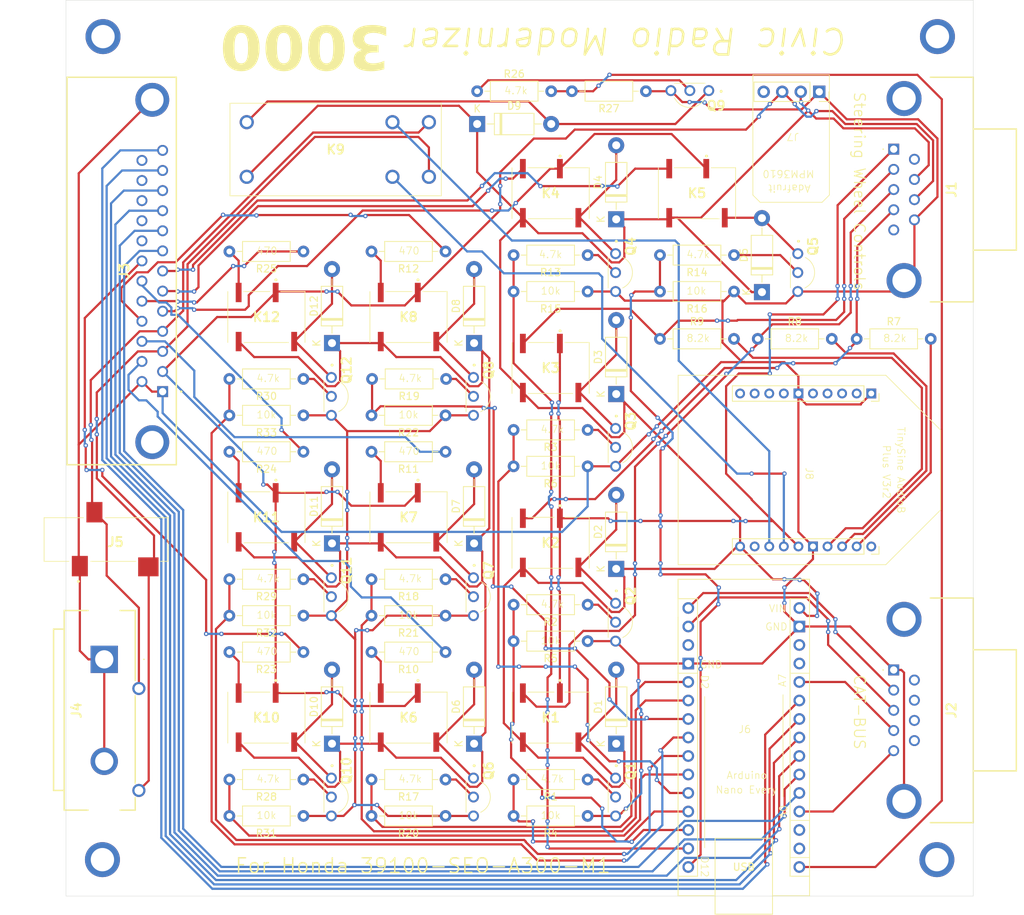
<source format=kicad_pcb>
(kicad_pcb (version 20240108) (generator "pcbnew") (generator_version "8.0")
  (layers (0 "F.Cu" signal) (31 "B.Cu" signal) (34 "B.Paste" user) (35 "F.Paste" user) (36 "B.SilkS" user "B.Silkscreen") (37 "F.SilkS" user "F.Silkscreen") (38 "B.Mask" user) (39 "F.Mask" user) (44 "Edge.Cuts" user))
  (net 0 "")
  (net 1 "Net-(D1-K)")
  (net 2 "Net-(D1-A)")
  (net 3 "Net-(D2-A)")
  (net 4 "Net-(D3-A)")
  (net 5 "Net-(D4-A)")
  (net 6 "Net-(D5-A)")
  (net 7 "Net-(D10-K)")
  (net 8 "Net-(D6-A)")
  (net 9 "Net-(D7-A)")
  (net 10 "Net-(D8-A)")
  (net 11 "Net-(D9-A)")
  (net 12 "Net-(D10-A)")
  (net 13 "Net-(D11-A)")
  (net 14 "Net-(D12-A)")
  (net 15 "Net-(J1-REW_BTN)")
  (net 17 "Net-(J1-GND)")
  (net 18 "Net-(J1-PP_BTN)")
  (net 19 "Net-(J1-1.8V_TRIG)")
  (net 20 "Net-(J1-FWD_BTN)")
  (net 21 "Net-(J1-12V)")
  (net 23 "Net-(J6-A0)")
  (net 24 "Net-(J2-FWD_BTN)")
  (net 29 "Net-(J2-REW_BTN)")
  (net 30 "Net-(J2-PP_BTN)")
  (net 31 "Net-(J3-BTN6)")
  (net 32 "Net-(J3-SPK_R)")
  (net 33 "Net-(J3-SPK_L)")
  (net 35 "Net-(J3-BTN2)")
  (net 36 "Net-(J3-LED4)")
  (net 38 "Net-(J3-LED5)")
  (net 39 "Net-(J3-LED1)")
  (net 40 "Net-(J3-B+TAP)")
  (net 41 "Net-(J3-LED2)")
  (net 42 "Net-(J3-LED6)")
  (net 43 "Net-(J3-LED3)")
  (net 46 "Net-(J3-B+RAD)")
  (net 47 "Net-(J3-BTN4)")
  (net 48 "Net-(J3-BTN3)")
  (net 49 "Net-(J3-BTN1)")
  (net 50 "Net-(J3-BTN5)")
  (net 52 "Net-(J3-B+)")
  (net 53 "Net-(J6-D7)")
  (net 54 "Net-(J6-D4)")
  (net 55 "Net-(J6-D12)")
  (net 56 "Net-(J6-D5)")
  (net 57 "Net-(J6-D11)")
  (net 58 "Net-(J6-D10)")
  (net 60 "Net-(J6-D3)")
  (net 62 "Net-(J6-D8)")
  (net 66 "Net-(J6-D6)")
  (net 67 "Net-(J6-D13)")
  (net 68 "Net-(J6-D2)")
  (net 69 "Net-(J6-D9)")
  (net 71 "Net-(J8-P{slash}P)")
  (net 72 "Net-(J8-SPK_R)")
  (net 74 "Net-(J8-SPK_L)")
  (net 80 "Net-(J8-FWD)")
  (net 82 "Net-(J8-REW)")
  (net 86 "Net-(K6-N.O.)")
  (net 87 "Net-(K7-N.O.)")
  (net 88 "Net-(K8-N.O.)")
  (net 89 "Net-(K10-N.O.)")
  (net 90 "Net-(K11-N.O.)")
  (net 91 "Net-(K12-N.O.)")
  (net 92 "Net-(Q1-B)")
  (net 93 "Net-(Q2-B)")
  (net 94 "Net-(Q3-B)")
  (net 95 "Net-(Q4-B)")
  (net 96 "Net-(Q5-B)")
  (net 97 "Net-(Q6-B)")
  (net 98 "Net-(Q10-E)")
  (net 99 "Net-(Q7-B)")
  (net 100 "Net-(Q8-B)")
  (net 101 "Net-(Q9-B)")
  (net 102 "Net-(Q10-B)")
  (net 103 "Net-(Q11-B)")
  (net 104 "Net-(Q12-B)")
  (footprint "Resistor_THT:R_Axial_DIN0207_L6.3mm_D2.5mm_P10.16mm_Horizontal" (layer "F.Cu") (at 155 98.5 180)
    (property "Reference" "R6")
    (property "Value" "10k")
  )
  (footprint "Diode_THT:D_DO-41_SOD81_P10.16mm_Horizontal" (layer "F.Cu") (at 139.42 109.08 90)
    (property "Reference" "D7")
    (property "Value" "1N4001")
  )
  (footprint "Josh's footprints:TO-92-3 Kinked Lead" (layer "F.Cu") (at 120.42 143 -90)
    (property "Reference" "Q10")
    (property "Value" "BC547" (hide yes))
  )
  (footprint "Resistor_THT:R_Axial_DIN0207_L6.3mm_D2.5mm_P10.16mm_Horizontal" (layer "F.Cu") (at 175.085 74.5 180)
    (property "Reference" "R16")
    (property "Value" "10k")
  )
  (footprint "Resistor_THT:R_Axial_DIN0207_L6.3mm_D2.5mm_P10.16mm_Horizontal" (layer "F.Cu") (at 116 124 180)
    (property "Reference" "R23")
    (property "Value" "470")
  )
  (footprint "Resistor_THT:R_Axial_DIN0207_L6.3mm_D2.5mm_P10.16mm_Horizontal" (layer "F.Cu") (at 116 146.5 180)
    (property "Reference" "R31")
    (property "Value" "10k")
  )
  (footprint "Josh's footprints:Omron Micro Relay" (layer "F.Cu") (at 130.42 78 180)
    (property "Reference" "K8")
    (property "Value" "G6L-1F-TR_DC5" (hide yes))
  )
  (footprint "Josh's footprints:TO-92-3 Kinked Lead" (layer "F.Cu") (at 184.42 71 -90)
    (property "Reference" "Q5")
    (property "Value" "BC547" (hide yes))
  )
  (footprint "Josh's footprints:Omron Micro Relay" (layer "F.Cu") (at 130.42 105.5 180)
    (property "Reference" "K7")
    (property "Value" "G6L-1F-TR_DC5" (hide yes))
  )
  (footprint "Resistor_THT:R_Axial_DIN0207_L6.3mm_D2.5mm_P10.16mm_Horizontal" (layer "F.Cu") (at 116 86.5 180)
    (property "Reference" "R30")
    (property "Value" "4.7k")
  )
  (footprint "Resistor_THT:R_Axial_DIN0207_L6.3mm_D2.5mm_P10.16mm_Horizontal" (layer "F.Cu") (at 135.5 141.5 180)
    (property "Reference" "R17")
    (property "Value" "4.7k")
  )
  (footprint "Josh's footprints:Screw hole" (layer "F.Cu") (at 88.5 39.5)
    (property "Reference" "REF**" (hide yes))
    (property "Value" "Screw hole" (hide yes))
  )
  (footprint "Josh's footprints:DB25" (layer "F.Cu") (at 96.68 88.24 -90)
    (property "Reference" "J3")
    (property "Value" "DB25_Receptacle_MountingHoles" (hide yes))
  )
  (footprint "Josh's footprints:Screw hole" (layer "F.Cu") (at 88.42 152.5)
    (property "Reference" "REF**" (hide yes))
    (property "Value" "Screw hole" (hide yes))
  )
  (footprint "Resistor_THT:R_Axial_DIN0207_L6.3mm_D2.5mm_P10.16mm_Horizontal" (layer "F.Cu") (at 116 141.5 180)
    (property "Reference" "R28")
    (property "Value" "4.7k")
  )
  (footprint "Josh's footprints:DB9" (layer "F.Cu") (at 197 54.955 90)
    (property "Reference" "J1")
    (property "Value" "DE9_Receptacle_MountingHoles" (hide yes))
  )
  (footprint "Resistor_THT:R_Axial_DIN0207_L6.3mm_D2.5mm_P10.16mm_Horizontal" (layer "F.Cu") (at 135.5 96.5 180)
    (property "Reference" "R11")
    (property "Value" "470")
  )
  (footprint "Josh's footprints:TinySine AudioB" (layer "F.Cu") (at 184.92 99 -90)
    (property "Reference" "J8")
    (property "Value" "TinySine AudioB Plus V3r2")
  )
  (footprint "Diode_THT:D_DO-41_SOD81_P10.16mm_Horizontal" (layer "F.Cu") (at 139.84 51.5)
    (property "Reference" "D9")
    (property "Value" "1N4001")
  )
  (footprint "Resistor_THT:R_Axial_DIN0207_L6.3mm_D2.5mm_P10.16mm_Horizontal" (layer "F.Cu") (at 116 114 180)
    (property "Reference" "R29")
    (property "Value" "4.7k")
  )
  (footprint "Diode_THT:D_DO-41_SOD81_P10.16mm_Horizontal" (layer "F.Cu") (at 178.92 74.58 90)
    (property "Reference" "D5")
    (property "Value" "1N4001")
  )
  (footprint "Resistor_THT:R_Axial_DIN0207_L6.3mm_D2.5mm_P10.16mm_Horizontal" (layer "F.Cu") (at 163 47 180)
    (property "Reference" "R27")
    (property "Value" "10k")
  )
  (footprint "Josh's footprints:TO-92-3 Kinked Lead" (layer "F.Cu") (at 159.42 119 -90)
    (property "Reference" "Q2")
    (property "Value" "BC547" (hide yes))
  )
  (footprint "Josh's footprints:G2RL2ADC12" (layer "F.Cu") (at 108.22 58.75)
    (property "Reference" "K9")
    (property "Value" "G2RL-2A-DC5" (hide yes))
  )
  (footprint "Diode_THT:D_DO-41_SOD81_P10.16mm_Horizontal" (layer "F.Cu") (at 158.92 112.58 90)
    (property "Reference" "D2")
    (property "Value" "1N4001")
  )
  (footprint "Diode_THT:D_DO-41_SOD81_P10.16mm_Horizontal" (layer "F.Cu") (at 158.92 64.58 90)
    (property "Reference" "D4")
    (property "Value" "1N4001")
  )
  (footprint "Resistor_THT:R_Axial_DIN0207_L6.3mm_D2.5mm_P10.16mm_Horizontal" (layer "F.Cu") (at 191.92 81)
    (property "Reference" "R7")
    (property "Value" "8.2k")
  )
  (footprint "Josh's footprints:Omron Micro Relay" (layer "F.Cu") (at 130.42 133 180)
    (property "Reference" "K6")
    (property "Value" "G6L-1F-TR_DC5" (hide yes))
  )
  (footprint "Resistor_THT:R_Axial_DIN0207_L6.3mm_D2.5mm_P10.16mm_Horizontal" (layer "F.Cu") (at 155 122.5 180)
    (property "Reference" "R5")
    (property "Value" "10k")
  )
  (footprint "Josh's footprints:Omron Micro Relay" (layer "F.Cu") (at 149.92 133 180)
    (property "Reference" "K1")
    (property "Value" "G6L-1F-TR_DC5" (hide yes))
  )
  (footprint "Resistor_THT:R_Axial_DIN0207_L6.3mm_D2.5mm_P10.16mm_Horizontal" (layer "F.Cu") (at 116 119 180)
    (property "Reference" "R32")
    (property "Value" "10k")
  )
  (footprint "Resistor_THT:R_Axial_DIN0207_L6.3mm_D2.5mm_P10.16mm_Horizontal" (layer "F.Cu") (at 116 69 180)
    (property "Reference" "R25")
    (property "Value" "470")
  )
  (footprint "Josh's footprints:Audio Jack 2" (layer "F.Cu") (at 82.92 108.5)
    (property "Reference" "J5")
    (property "Value" "SJ-3523-SMT-TR" (hide yes))
  )
  (footprint "Diode_THT:D_DO-41_SOD81_P10.16mm_Horizontal" (layer "F.Cu") (at 158.92 88.58 90)
    (property "Reference" "D3")
    (property "Value" "1N4001")
  )
  (footprint "Josh's footprints:TO-92-3 Kinked Lead" (layer "F.Cu") (at 139.92 115.5 -90)
    (property "Reference" "Q7")
    (property "Value" "BC547" (hide yes))
  )
  (footprint "" (layer "F.Cu") (at 203 39.5)
    (property "Reference" "")
    (property "Value" "")
  )
  (footprint "" (layer "F.Cu") (at 202.92 152.5)
    (property "Reference" "")
    (property "Value" "")
  )
  (footprint "Josh's footprints:Omron Micro Relay" (layer "F.Cu") (at 149.92 85 180)
    (property "Reference" "K3")
    (property "Value" "G6L-1F-TR_DC5" (hide yes))
  )
  (footprint "Resistor_THT:R_Axial_DIN0207_L6.3mm_D2.5mm_P10.16mm_Horizontal" (layer "F.Cu") (at 155 69.5 180)
    (property "Reference" "R13")
    (property "Value" "4.7k")
  )
  (footprint "Josh's footprints:TO-92-3 Kinked Lead" (layer "F.Cu") (at 169.92 47.5 180)
    (property "Reference" "Q9")
    (property "Value" "BC547" (hide yes))
  )
  (footprint "Josh's footprints:Omron Micro Relay" (layer "F.Cu") (at 110.92 78 180)
    (property "Reference" "K12")
    (property "Value" "G6L-1F-TR_DC5" (hide yes))
  )
  (footprint "Josh's footprints:TO-92-3 Kinked Lead" (layer "F.Cu") (at 120.42 88 -90)
    (property "Reference" "Q12")
    (property "Value" "BC547" (hide yes))
  )
  (footprint "Resistor_THT:R_Axial_DIN0207_L6.3mm_D2.5mm_P10.16mm_Horizontal" (layer "F.Cu") (at 139.84 47)
    (property "Reference" "R26")
    (property "Value" "4.7k")
  )
  (footprint "Josh's footprints:TO-92-3 Kinked Lead" (layer "F.Cu") (at 159.42 95 -90)
    (property "Reference" "Q3")
    (property "Value" "BC547" (hide yes))
  )
  (footprint "Resistor_THT:R_Axial_DIN0207_L6.3mm_D2.5mm_P10.16mm_Horizontal" (layer "F.Cu") (at 135.5 119 180)
    (property "Reference" "R21")
    (property "Value" "10k")
  )
  (footprint "Josh's footprints:TO-92-3 Kinked Lead" (layer "F.Cu") (at 159.42 143 -90)
    (property "Reference" "Q1")
    (property "Value" "BC547" (hide yes))
  )
  (footprint "Diode_THT:D_DO-41_SOD81_P10.16mm_Horizontal" (layer "F.Cu") (at 119.92 109.08 90)
    (property "Reference" "D11")
    (property "Value" "1N4001")
  )
  (footprint "Resistor_THT:R_Axial_DIN0207_L6.3mm_D2.5mm_P10.16mm_Horizontal" (layer "F.Cu") (at 116 91.5 180)
    (property "Reference" "R33")
    (property "Value" "10k")
  )
  (footprint "Diode_THT:D_DO-41_SOD81_P10.16mm_Horizontal" (layer "F.Cu") (at 119.92 81.58 90)
    (property "Reference" "D12")
    (property "Value" "1N4001")
  )
  (footprint "Resistor_THT:R_Axial_DIN0207_L6.3mm_D2.5mm_P10.16mm_Horizontal" (layer "F.Cu") (at 135.5 91.5 180)
    (property "Reference" "R22")
    (property "Value" "10k")
  )
  (footprint "Diode_THT:D_DO-41_SOD81_P10.16mm_Horizontal" (layer "F.Cu") (at 119.92 136.58 90)
    (property "Reference" "D10")
    (property "Value" "1N4001")
  )
  (footprint "Josh's footprints:TO-92-3 Kinked Lead" (layer "F.Cu") (at 139.92 143 -90)
    (property "Reference" "Q6")
    (property "Value" "BC547" (hide yes))
  )
  (footprint "Resistor_THT:R_Axial_DIN0207_L6.3mm_D2.5mm_P10.16mm_Horizontal" (layer "F.Cu") (at 155 74.5 180)
    (property "Reference" "R15")
    (property "Value" "10k")
  )
  (footprint "Josh's footprints:TO-92-3 Kinked Lead" (layer "F.Cu") (at 139.92 88 -90)
    (property "Reference" "Q8")
    (property "Value" "BC547" (hide yes))
  )
  (footprint "Josh's footprints:Omron Micro Relay" (layer "F.Cu") (at 149.92 61 180)
    (property "Reference" "K4")
    (property "Value" "G6L-1F-TR_DC5" (hide yes))
  )
  (footprint "Resistor_THT:R_Axial_DIN0207_L6.3mm_D2.5mm_P10.16mm_Horizontal" (layer "F.Cu") (at 135.5 124 180)
    (property "Reference" "R10")
    (property "Value" "470")
  )
  (footprint "Resistor_THT:R_Axial_DIN0207_L6.3mm_D2.5mm_P10.16mm_Horizontal" (layer "F.Cu") (at 155 141.5 180)
    (property "Reference" "R1")
    (property "Value" "4.7k")
  )
  (footprint "Resistor_THT:R_Axial_DIN0207_L6.3mm_D2.5mm_P10.16mm_Horizontal" (layer "F.Cu") (at 135.5 146.5 180)
    (property "Reference" "R20")
    (property "Value" "10k")
  )
  (footprint "Josh's footprints:Omron Micro Relay" (layer "F.Cu") (at 110.92 105.5 180)
    (property "Reference" "K11")
    (property "Value" "G6L-1F-TR_DC5" (hide yes))
  )
  (footprint "Resistor_THT:R_Axial_DIN0207_L6.3mm_D2.5mm_P10.16mm_Horizontal" (layer "F.Cu") (at 135.58 86.5 180)
    (property "Reference" "R19")
    (property "Value" "4.7k")
  )
  (footprint "Resistor_THT:R_Axial_DIN0207_L6.3mm_D2.5mm_P10.16mm_Horizontal" (layer "F.Cu") (at 155 117.5 180)
    (property "Reference" "R2")
    (property "Value" "4.7k")
  )
  (footprint "Resistor_THT:R_Axial_DIN0207_L6.3mm_D2.5mm_P10.16mm_Horizontal" (layer "F.Cu") (at 135.5 69 180)
    (property "Reference" "R12")
    (property "Value" "470")
  )
  (footprint "Josh's footprints:Omron Micro Relay" (layer "F.Cu") (at 170.005 61 180)
    (property "Reference" "K5")
    (property "Value" "G6L-1F-TR_DC5" (hide yes))
  )
  (footprint "Josh's footprints:Omron Micro Relay" (layer "F.Cu") (at 149.92 109 180)
    (property "Reference" "K2")
    (property "Value" "G6L-1F-TR_DC5" (hide yes))
  )
  (footprint "Diode_THT:D_DO-41_SOD81_P10.16mm_Horizontal" (layer "F.Cu") (at 158.92 136.58 90)
    (property "Reference" "D1")
    (property "Value" "1N4001")
  )
  (footprint "Resistor_THT:R_Axial_DIN0207_L6.3mm_D2.5mm_P10.16mm_Horizontal" (layer "F.Cu") (at 175.085 69.5 180)
    (property "Reference" "R14")
    (property "Value" "4.7k")
  )
  (footprint "Resistor_THT:R_Axial_DIN0207_L6.3mm_D2.5mm_P10.16mm_Horizontal" (layer "F.Cu") (at 116 96.5 180)
    (property "Reference" "R24")
    (property "Value" "470")
  )
  (footprint "Josh's footprints:Omron Micro Relay" (layer "F.Cu") (at 110.92 133 180)
    (property "Reference" "K10")
    (property "Value" "G6L-1F-TR_DC5" (hide yes))
  )
  (footprint "Resistor_THT:R_Axial_DIN0207_L6.3mm_D2.5mm_P10.16mm_Horizontal" (layer "F.Cu") (at 178.34 81)
    (property "Reference" "R8")
    (property "Value" "8.2k")
  )
  (footprint "Resistor_THT:R_Axial_DIN0207_L6.3mm_D2.5mm_P10.16mm_Horizontal" (layer "F.Cu") (at 135.5 114 180)
    (property "Reference" "R18")
    (property "Value" "4.7k")
  )
  (footprint "Resistor_THT:R_Axial_DIN0207_L6.3mm_D2.5mm_P10.16mm_Horizontal" (layer "F.Cu") (at 155 93.5 180)
    (property "Reference" "R3")
    (property "Value" "4.7k")
  )
  (footprint "Josh's footprints:Adafruit  MPM3610" (layer "F.Cu") (at 183.17 52.75 180)
    (property "Reference" "J7")
    (property "Value" "Adafruit MPM3610")
  )
  (footprint "Diode_THT:D_DO-41_SOD81_P10.16mm_Horizontal" (layer "F.Cu") (at 139.42 136.58 90)
    (property "Reference" "D6")
    (property "Value" "1N4001")
  )
  (footprint "Resistor_THT:R_Axial_DIN0207_L6.3mm_D2.5mm_P10.16mm_Horizontal" (layer "F.Cu") (at 164.92 81)
    (property "Reference" "R9")
    (property "Value" "8.2k")
  )
  (footprint "Resistor_THT:R_Axial_DIN0207_L6.3mm_D2.5mm_P10.16mm_Horizontal" (layer "F.Cu") (at 155 146.5 180)
    (property "Reference" "R4")
    (property "Value" "10k")
  )
  (footprint "Josh's footprints:TO-92-3 Kinked Lead" (layer "F.Cu") (at 120.42 115.5 -90)
    (property "Reference" "Q11")
    (property "Value" "BC547" (hide yes))
  )
  (footprint "Josh's footprints:Arduino Nano Every" (layer "F.Cu") (at 176.56 135.11)
    (property "Reference" "J6")
    (property "Value" "Arduino Nano Every" (hide yes))
  )
  (footprint "Josh's footprints:DB9" (layer "F.Cu") (at 196.995 126.455 90)
    (property "Reference" "J2")
    (property "Value" "DE9_Receptacle_MountingHoles" (hide yes))
  )
  (footprint "Josh's footprints:TO-92-3 Kinked Lead" (layer "F.Cu") (at 159.42 71 -90)
    (property "Reference" "Q4")
    (property "Value" "BC547" (hide yes))
  )
  (footprint "Josh's footprints:RCA jack" (layer "F.Cu") (at 88.67 125 90)
    (property "Reference" "J4")
    (property "Value" "RCA Jack" (hide yes))
  )
  (footprint "Diode_THT:D_DO-41_SOD81_P10.16mm_Horizontal" (layer "F.Cu") (at 139.42 81.58 90)
    (property "Reference" "D8")
    (property "Value" "1N4001")
  )
  (gr_rect (start 83.42 34.5) (end 207.92 157.5) (stroke (width 0.05)) (fill none) (layer "Edge.Cuts"))
  (gr_text "4.7k" (at 129 142 0) (layer "F.SilkS") (effects (font (size 1 1) (thickness 0.1)) (justify left bottom)))
  (gr_text "4.7k" (at 143.5 47.5 0) (layer "F.SilkS") (effects (font (size 1 1) (thickness 0.1)) (justify left bottom)))
  (gr_text "4.7k" (at 148.25 70 0) (layer "F.SilkS") (effects (font (size 1 1) (thickness 0.1)) (justify left bottom)))
  (gr_text "10k" (at 148.5 147 0) (layer "F.SilkS") (effects (font (size 1 1) (thickness 0.1)) (justify left bottom)))
  (gr_text "4.7k" (at 148.5 94 0) (layer "F.SilkS") (effects (font (size 1 1) (thickness 0.1)) (justify left bottom)))
  (gr_text "CAT-BUS" (at 191.42 127 270) (layer "F.SilkS") (effects (font (size 1.5 1.5)) (justify left bottom)))
  (gr_text "4.7k" (at 109.5 114.5 0) (layer "F.SilkS") (effects (font (size 1 1) (thickness 0.1)) (justify left bottom)))
  (gr_text "10k" (at 109.5 119.5 0) (layer "F.SilkS") (effects (font (size 1 1) (thickness 0.1)) (justify left bottom)))
  (gr_text "Arduino" (at 174 141.5 0) (layer "F.SilkS") (effects (font (size 1 1) (thickness 0.1)) (justify left bottom)))
  (gr_text "For Honda 39100-SEO-A300-M1" (at 106.5 154.5 0) (layer "F.SilkS") (effects (font (size 2 2) (thickness 0.2)) (justify left bottom)))
  (gr_text "4.7k" (at 129 114.5 0) (layer "F.SilkS") (effects (font (size 1 1) (thickness 0.1)) (justify left bottom)))
  (gr_text "10k" (at 168.5 75 0) (layer "F.SilkS") (effects (font (size 1 1) (thickness 0.1)) (justify left bottom)))
  (gr_text "470" (at 129 97 0) (layer "F.SilkS") (effects (font (size 1 1) (thickness 0.1)) (justify left bottom)))
  (gr_text "4.7k" (at 148.5 118 0) (layer "F.SilkS") (effects (font (size 1 1) (thickness 0.1)) (justify left bottom)))
  (gr_text "4.7k" (at 168.5 70 0) (layer "F.SilkS") (effects (font (size 1 1) (thickness 0.1)) (justify left bottom)))
  (gr_text "470" (at 129 69.5 0) (layer "F.SilkS") (effects (font (size 1 1) (thickness 0.1)) (justify left bottom)))
  (gr_text "10k" (at 148.5 123 0) (layer "F.SilkS") (effects (font (size 1 1) (thickness 0.1)) (justify left bottom)))
  (gr_text "10k" (at 148.5 75 0) (layer "F.SilkS") (effects (font (size 1 1) (thickness 0.1)) (justify left bottom)))
  (gr_text "470" (at 109.5 97 0) (layer "F.SilkS") (effects (font (size 1 1) (thickness 0.1)) (justify left bottom)))
  (gr_text "4.7k" (at 129 87 0) (layer "F.SilkS") (effects (font (size 1 1) (thickness 0.1)) (justify left bottom)))
  (gr_text "Civic Radio Modernizer" (at 190.92 38 180) (layer "F.SilkS") (effects (font (size 3.5 3.5) (thickness 0.35) (italic yes)) (justify left bottom)))
  (gr_text "8.2k" (at 195.5 81.5 0) (layer "F.SilkS") (effects (font (size 1 1) (thickness 0.1)) (justify left bottom)))
  (gr_text "4.7k" (at 148.5 142 0) (layer "F.SilkS") (effects (font (size 1 1) (thickness 0.1)) (justify left bottom)))
  (gr_text "10k" (at 148.5 99 0) (layer "F.SilkS") (effects (font (size 1 1) (thickness 0.1)) (justify left bottom)))
  (gr_text "3000" (at 127.92 37 180) (layer "F.SilkS") (effects (font (size 6 6) (thickness 0.7) (bold yes) (italic yes)) (justify left bottom)))
  (gr_text "10k" (at 109.5 147 0) (layer "F.SilkS") (effects (font (size 1 1) (thickness 0.1)) (justify left bottom)))
  (gr_text "10k" (at 109.5 92 0) (layer "F.SilkS") (effects (font (size 1 1) (thickness 0.1)) (justify left bottom)))
  (gr_text "470" (at 109.5 69.5 0) (layer "F.SilkS") (effects (font (size 1 1) (thickness 0.1)) (justify left bottom)))
  (gr_text "8.2k" (at 182 81.5 0) (layer "F.SilkS") (effects (font (size 1 1) (thickness 0.1)) (justify left bottom)))
  (gr_text "4.7k" (at 109.5 142 0) (layer "F.SilkS") (effects (font (size 1 1) (thickness 0.1)) (justify left bottom)))
  (gr_text "470" (at 109.5 124.5 0) (layer "F.SilkS") (effects (font (size 1 1) (thickness 0.1)) (justify left bottom)))
  (gr_text "Steering Wheel Controls" (at 191.42 47 270) (layer "F.SilkS") (effects (font (size 1.5 1.5)) (justify left bottom)))
  (gr_text "470" (at 129 124.5 0) (layer "F.SilkS") (effects (font (size 1 1) (thickness 0.1)) (justify left bottom)))
  (gr_text "10k" (at 129 119.5 0) (layer "F.SilkS") (effects (font (size 1 1) (thickness 0.1)) (justify left bottom)))
  (gr_text "Nano Every" (at 172.5 143.5 0) (layer "F.SilkS") (effects (font (size 1 1) (thickness 0.1)) (justify left bottom)))
  (gr_text "10k" (at 129 92 0) (layer "F.SilkS") (effects (font (size 1 1) (thickness 0.1)) (justify left bottom)))
  (gr_text "4.7k" (at 109.5 87 0) (layer "F.SilkS") (effects (font (size 1 1) (thickness 0.1)) (justify left bottom)))
  (gr_text "8.2k" (at 168.5 81.5 0) (layer "F.SilkS") (effects (font (size 1 1) (thickness 0.1)) (justify left bottom)))
  (gr_text "10k" (at 129 147 0) (layer "F.SilkS") (effects (font (size 1 1) (thickness 0.1)) (justify left bottom)))
  (segment (start 139.84 58.1) (end 146.11 64.37) (width 0.3) (layer "F.Cu") (net 1))
  (segment (start 117.97 49) (end 137.34 49) (width 0.3) (layer "F.Cu") (net 1))
  (segment (start 143 67.48) (end 146.11 64.37) (width 0.3) (layer "F.Cu") (net 1))
  (segment (start 184.105331 114.105331) (end 184.665993 114.105331) (width 0.3) (layer "F.Cu") (net 1))
  (segment (start 185.265331 49.655331) (end 186.36 50.75) (width 0.3) (layer "F.Cu") (net 1))
  (segment (start 143.5 133.76) (end 146.11 136.37) (width 0.3) (layer "F.Cu") (net 1))
  (segment (start 148.24 114.5) (end 146.11 112.37) (width 0.3) (layer "F.Cu") (net 1))
  (segment (start 186.469669 119.030331) (end 185.130331 119.030331) (width 0.3) (layer "F.Cu") (net 1))
  (segment (start 146.11 112.37) (end 143.5 114.98) (width 0.3) (layer "F.Cu") (net 1))
  (segment (start 185.265331 49.655331) (end 170.550662 64.37) (width 0.3) (layer "F.Cu") (net 1))
  (segment (start 188.75 50.75) (end 190.1 52.1) (width 0.3) (layer "F.Cu") (net 1))
  (segment (start 158.92 136.58) (end 160.0315 137.6915) (width 0.3) (layer "F.Cu") (net 1))
  (segment (start 178.92 74.58) (end 177.52 74.58) (width 0.3) (layer "F.Cu") (net 1))
  (segment (start 148.24 138.5) (end 146.11 136.37) (width 0.3) (layer "F.Cu") (net 1))
  (segment (start 158.280028 118.4965) (end 154.283528 114.5) (width 0.3) (layer "F.Cu") (net 1))
  (segment (start 159.330607 118.4965) (end 158.280028 118.4965) (width 0.3) (layer "F.Cu") (net 1))
  (segment (start 148.24 66.5) (end 146.11 64.37) (width 0.3) (layer "F.Cu") (net 1))
  (segment (start 186.36 50.75) (end 188.75 50.75) (width 0.3) (layer "F.Cu") (net 1))
  (segment (start 158.339393 142.4965) (end 154.342893 138.5) (width 0.3) (layer "F.Cu") (net 1))
  (segment (start 160.0315 137.6915) (end 160.0315 141.795607) (width 0.3) (layer "F.Cu") (net 1))
  (segment (start 172.42 112.58) (end 158.92 112.58) (width 0.3) (layer "F.Cu") (net 1))
  (segment (start 158.280028 94.4965) (end 154.283528 90.5) (width 0.3) (layer "F.Cu") (net 1))
  (segment (start 160.0315 65.6915) (end 160.0315 69.795607) (width 0.3) (layer "F.Cu") (net 1))
  (segment (start 158.92 112.58) (end 160.0315 113.6915) (width 0.3) (layer "F.Cu") (net 1))
  (segment (start 201.8 57.154) (end 199.84 59.114) (width 0.3) (layer "F.Cu") (net 1))
  (segment (start 158.92 64.58) (end 160.0315 65.6915) (width 0.3) (layer "F.Cu") (net 1))
  (segment (start 199.902944 52.1) (end 201.8 53.997056) (width 0.3) (layer "F.Cu") (net 1))
  (segment (start 158.92 88.58) (end 160.0315 89.6915) (width 0.3) (layer "F.Cu") (net 1))
  (segment (start 159.330607 142.4965) (end 158.339393 142.4965) (width 0.3) (layer "F.Cu") (net 1))
  (segment (start 160.0315 141.795607) (end 159.330607 142.4965) (width 0.3) (layer "F.Cu") (net 1))
  (segment (start 143.5 114.98) (end 143.5 133.76) (width 0.3) (layer "F.Cu") (net 1))
  (segment (start 184.24 48.455554) (end 184.291892 48.507446) (width 0.3) (layer "F.Cu") (net 1))
  (segment (start 108.22 58.75) (end 117.97 49) (width 0.3) (layer "F.Cu") (net 1))
  (segment (start 190.1 52.1) (end 199.902944 52.1) (width 0.3) (layer "F.Cu") (net 1))
  (segment (start 175.92 109.5) (end 175.92 105.58) (width 0.3) (layer "F.Cu") (net 1))
  (segment (start 158.92 64.58) (end 165.985 64.58) (width 0.3) (layer "F.Cu") (net 1))
  (segment (start 167.31 64.37) (end 166.195 64.37) (width 0.3) (layer "F.Cu") (net 1))
  (segment (start 154.283528 114.5) (end 148.24 114.5) (width 0.3) (layer "F.Cu") (net 1))
  (segment (start 158.283528 70.5) (end 154.283528 66.5) (width 0.3) (layer "F.Cu") (net 1))
  (segment (start 159.330607 94.4965) (end 158.280028 94.4965) (width 0.3) (layer "F.Cu") (net 1))
  (segment (start 175.5 109.5) (end 172.42 112.58) (width 0.3) (layer "F.Cu") (net 1))
  (segment (start 175.92 109.5) (end 180.42 114) (width 0.3) (layer "F.Cu") (net 1))
  (segment (start 177.52 74.58) (end 167.31 64.37) (width 0.3) (layer "F.Cu") (net 1))
  (segment (start 154.283528 90.5) (end 148.24 90.5) (width 0.3) (layer "F.Cu") (net 1))
  (segment (start 170.550662 64.37) (end 166.195 64.37) (width 0.3) (layer "F.Cu") (net 1))
  (segment (start 154.342893 138.5) (end 148.24 138.5) (width 0.3) (layer "F.Cu") (net 1))
  (segment (start 184.24 47.08) (end 184.24 48.455554) (width 0.3) (layer "F.Cu") (net 1))
  (segment (start 137.34 49) (end 139.84 51.5) (width 0.3) (layer "F.Cu") (net 1))
  (segment (start 180.42 114) (end 182 114) (width 0.3) (layer "F.Cu") (net 1))
  (segment (start 160.0315 69.795607) (end 159.327107 70.5) (width 0.3) (layer "F.Cu") (net 1))
  (segment (start 159.327107 70.5) (end 158.283528 70.5) (width 0.3) (layer "F.Cu") (net 1))
  (segment (start 146.11 88.11) (end 143 85) (width 0.3) (layer "F.Cu") (net 1))
  (segment (start 184.665993 114.105331) (end 186.530331 115.969669) (width 0.3) (layer "F.Cu") (net 1))
  (segment (start 139.84 51.5) (end 139.84 58.1) (width 0.3) (layer "F.Cu") (net 1))
  (segment (start 160.0315 93.795607) (end 159.330607 94.4965) (width 0.3) (layer "F.Cu") (net 1))
  (segment (start 160.0315 113.6915) (end 160.0315 117.795607) (width 0.3) (layer "F.Cu") (net 1))
  (segment (start 175.92 105.58) (end 158.92 88.58) (width 0.3) (layer "F.Cu") (net 1))
  (segment (start 148.24 90.5) (end 146.11 88.37) (width 0.3) (layer "F.Cu") (net 1))
  (segment (start 185.130331 119.030331) (end 184.05 117.95) (width 0.3) (layer "F.Cu") (net 1))
  (segment (start 201.8 53.997056) (end 201.8 57.154) (width 0.3) (layer "F.Cu") (net 1))
  (segment (start 154.283528 66.5) (end 148.24 66.5) (width 0.3) (layer "F.Cu") (net 1))
  (segment (start 160.0315 89.6915) (end 160.0315 93.795607) (width 0.3) (layer "F.Cu") (net 1))
  (segment (start 143 85) (end 143 67.48) (width 0.3) (layer "F.Cu") (net 1))
  (segment (start 160.0315 117.795607) (end 159.330607 118.4965) (width 0.3) (layer "F.Cu") (net 1))
  (via (at 186.530331 115.969669) (size 0.6) (drill 0.3) (layers "F.Cu" "B.Cu") (net 1))
  (via (at 184.291892 48.507446) (size 0.6) (drill 0.3) (layers "F.Cu" "B.Cu") (net 1))
  (via (at 184.105331 114.105331) (size 0.6) (drill 0.3) (layers "F.Cu" "B.Cu") (net 1))
  (via (at 186.469669 119.030331) (size 0.6) (drill 0.3) (layers "F.Cu" "B.Cu") (net 1))
  (via (at 182 114) (size 0.6) (drill 0.3) (layers "F.Cu" "B.Cu") (net 1))
  (via (at 185.265331 49.655331) (size 0.6) (drill 0.3) (layers "F.Cu" "B.Cu") (net 1))
  (segment (start 184 114) (end 184.105331 114.105331) (width 0.3) (layer "B.Cu") (net 1))
  (segment (start 186.530331 115.969669) (end 186.530331 118.969669) (width 0.3) (layer "B.Cu") (net 1))
  (segment (start 186.530331 118.969669) (end 186.469669 119.030331) (width 0.3) (layer "B.Cu") (net 1))
  (segment (start 182 114) (end 184 114) (width 0.3) (layer "B.Cu") (net 1))
  (segment (start 184.291892 48.681892) (end 185.265331 49.655331) (width 0.3) (layer "B.Cu") (net 1))
  (segment (start 184.291892 48.507446) (end 184.291892 48.681892) (width 0.3) (layer "B.Cu") (net 1))
  (segment (start 158.835 141.3) (end 153.905 136.37) (width 0.3) (layer "F.Cu") (net 2))
  (segment (start 158.92 126.42) (end 158.92 131.18) (width 0.3) (layer "F.Cu") (net 2))
  (segment (start 158.92 131.18) (end 153.73 136.37) (width 0.3) (layer "F.Cu") (net 2))
  (segment (start 158.92 107.18) (end 153.73 112.37) (width 0.3) (layer "F.Cu") (net 3))
  (segment (start 158.92 102.42) (end 158.92 107.18) (width 0.3) (layer "F.Cu") (net 3))
  (segment (start 153.905 112.37) (end 158.835 117.3) (width 0.3) (layer "F.Cu") (net 3))
  (segment (start 158.92 78.42) (end 158.92 83.18) (width 0.3) (layer "F.Cu") (net 4))
  (segment (start 153.905 88.37) (end 158.835 93.3) (width 0.3) (layer "F.Cu") (net 4))
  (segment (start 158.92 83.18) (end 153.73 88.37) (width 0.3) (layer "F.Cu") (net 4))
  (segment (start 153.905 64.37) (end 158.835 69.3) (width 0.3) (layer "F.Cu") (net 5))
  (segment (start 158.92 54.42) (end 158.92 59.18) (width 0.3) (layer "F.Cu") (net 5))
  (segment (start 158.92 59.18) (end 153.73 64.37) (width 0.3) (layer "F.Cu") (net 5))
  (segment (start 173.815 64.37) (end 178.87 64.37) (width 0.3) (layer "F.Cu") (net 6))
  (segment (start 178.92 64.42) (end 183.8 69.3) (width 0.3) (layer "F.Cu") (net 6))
  (segment (start 140.97 135.03) (end 140.97 114.734107) (width 0.3) (layer "F.Cu") (net 7))
  (segment (start 134.783528 111) (end 128.74 111) (width 0.3) (layer "F.Cu") (net 7))
  (segment (start 121.0315 82.6915) (end 121.0315 86.795607) (width 0.3) (layer "F.Cu") (net 7))
  (segment (start 138.839393 142.4965) (end 134.842893 138.5) (width 0.3) (layer "F.Cu") (net 7))
  (segment (start 128.74 138.5) (end 126.61 136.37) (width 0.3) (layer "F.Cu") (net 7))
  (segment (start 119.339393 142.4965) (end 115.342893 138.5) (width 0.3) (layer "F.Cu") (net 7))
  (segment (start 138.783528 87.5) (end 134.783528 83.5) (width 0.3) (layer "F.Cu") (net 7))
  (segment (start 140.97 114.734107) (end 140.5315 114.295607) (width 0.3) (layer "F.Cu") (net 7))
  (segment (start 109.24 83.5) (end 107.11 81.37) (width 0.3) (layer "F.Cu") (net 7))
  (segment (start 119.92 109.08) (end 121.0315 110.1915) (width 0.3) (layer "F.Cu") (net 7))
  (segment (start 128.74 111) (end 126.61 108.87) (width 0.3) (layer "F.Cu") (net 7))
  (segment (start 139.830607 114.9965) (end 138.780028 114.9965) (width 0.3) (layer "F.Cu") (net 7))
  (segment (start 141.5 107) (end 141.5 83.66) (width 0.3) (layer "F.Cu") (net 7))
  (segment (start 139.42 81.58) (end 140.5315 82.6915) (width 0.3) (layer "F.Cu") (net 7))
  (segment (start 119.92 109.08) (end 126.4 109.08) (width 0.3) (layer "F.Cu") (net 7))
  (segment (start 120.330607 142.4965) (end 119.339393 142.4965) (width 0.3) (layer "F.Cu") (net 7))
  (segment (start 120.330607 87.4965) (end 119.280028 87.4965) (width 0.3) (layer "F.Cu") (net 7))
  (segment (start 115.283528 111) (end 109.24 111) (width 0.3) (layer "F.Cu") (net 7))
  (segment (start 119.92 81.58) (end 126.4 81.58) (width 0.3) (layer "F.Cu") (net 7))
  (segment (start 134.783528 83.5) (end 128.74 83.5) (width 0.3) (layer "F.Cu") (net 7))
  (segment (start 140.5315 114.295607) (end 139.830607 114.9965) (width 0.3) (layer "F.Cu") (net 7))
  (segment (start 115.283528 83.5) (end 109.24 83.5) (width 0.3) (layer "F.Cu") (net 7))
  (segment (start 109.24 111) (end 107.11 108.87) (width 0.3) (layer "F.Cu") (net 7))
  (segment (start 121.0315 141.795607) (end 120.330607 142.4965) (width 0.3) (layer "F.Cu") (net 7))
  (segment (start 140.5315 137.6915) (end 140.5315 141.795607) (width 0.3) (layer "F.Cu") (net 7))
  (segment (start 139.42 109.08) (end 140.5315 110.1915) (width 0.3) (layer "F.Cu") (net 7))
  (segment (start 120.5 115) (end 119.283528 115) (width 0.3) (layer "F.Cu") (net 7))
  (segment (start 141.5 83.66) (end 139.42 81.58) (width 0.3) (layer "F.Cu") (net 7))
  (segment (start 121.0315 110.1915) (end 121.0315 114.4685) (width 0.3) (layer "F.Cu") (net 7))
  (segment (start 138.780028 114.9965) (end 134.783528 111) (width 0.3) (layer "F.Cu") (net 7))
  (segment (start 139.42 136.58) (end 140.97 135.03) (width 0.3) (layer "F.Cu") (net 7))
  (segment (start 119.92 136.58) (end 126.4 136.58) (width 0.3) (layer "F.Cu") (net 7))
  (segment (start 109.24 138.5) (end 107.11 136.37) (width 0.3) (layer "F.Cu") (net 7))
  (segment (start 139.830607 142.4965) (end 138.839393 142.4965) (width 0.3) (layer "F.Cu") (net 7))
  (segment (start 115.342893 138.5) (end 109.24 138.5) (width 0.3) (layer "F.Cu") (net 7))
  (segment (start 128.74 83.5) (end 126.61 81.37) (width 0.3) (layer "F.Cu") (net 7))
  (segment (start 140.5315 141.795607) (end 139.830607 142.4965) (width 0.3) (layer "F.Cu") (net 7))
  (segment (start 134.842893 138.5) (end 128.74 138.5) (width 0.3) (layer "F.Cu") (net 7))
  (segment (start 119.92 136.58) (end 121.0315 137.6915) (width 0.3) (layer "F.Cu") (net 7))
  (segment (start 140.5315 110.1915) (end 140.5315 114.295607) (width 0.3) (layer "F.Cu") (net 7))
  (segment (start 119.283528 115) (end 115.283528 111) (width 0.3) (layer "F.Cu") (net 7))
  (segment (start 139.42 136.58) (end 140.5315 137.6915) (width 0.3) (layer "F.Cu") (net 7))
  (segment (start 140.5315 82.6915) (end 140.5315 86.9685) (width 0.3) (layer "F.Cu") (net 7))
  (segment (start 121.0315 86.795607) (end 120.330607 87.4965) (width 0.3) (layer "F.Cu") (net 7))
  (segment (start 121.0315 114.4685) (end 120.5 115) (width 0.3) (layer "F.Cu") (net 7))
  (segment (start 139.42 109.08) (end 141.5 107) (width 0.3) (layer "F.Cu") (net 7))
  (segment (start 140.5315 86.9685) (end 140 87.5) (width 0.3) (layer "F.Cu") (net 7))
  (segment (start 121.0315 137.6915) (end 121.0315 141.795607) (width 0.3) (layer "F.Cu") (net 7))
  (segment (start 119.280028 87.4965) (end 115.283528 83.5) (width 0.3) (layer "F.Cu") (net 7))
  (segment (start 119.92 81.58) (end 121.0315 82.6915) (width 0.3) (layer "F.Cu") (net 7))
  (segment (start 140 87.5) (end 138.783528 87.5) (width 0.3) (layer "F.Cu") (net 7))
  (segment (start 139.42 131.18) (end 134.23 136.37) (width 0.3) (layer "F.Cu") (net 8))
  (segment (start 134.405 136.37) (end 139.335 141.3) (width 0.3) (layer "F.Cu") (net 8))
  (segment (start 139.42 126.42) (end 139.42 131.18) (width 0.3) (layer "F.Cu") (net 8))
  (segment (start 134.405 108.87) (end 139.335 113.8) (width 0.3) (layer "F.Cu") (net 9))
  (segment (start 139.42 98.92) (end 139.42 103.68) (width 0.3) (layer "F.Cu") (net 9))
  (segment (start 139.42 103.68) (end 134.23 108.87) (width 0.3) (layer "F.Cu") (net 9))
  (segment (start 134.405 81.37) (end 139.335 86.3) (width 0.3) (layer "F.Cu") (net 10))
  (segment (start 139.42 76.18) (end 134.23 81.37) (width 0.3) (layer "F.Cu") (net 10))
  (segment (start 139.42 71.42) (end 139.42 76.18) (width 0.3) (layer "F.Cu") (net 10))
  (segment (start 146.9 48.4) (end 150 51.5) (width 0.3) (layer "F.Cu") (net 11))
  (segment (start 150 51.5) (end 167.035 51.5) (width 0.3) (layer "F.Cu") (net 11))
  (segment (start 111.07 48.4) (end 146.9 48.4) (width 0.3) (layer "F.Cu") (net 11))
  (segment (start 108.22 51.25) (end 111.07 48.4) (width 0.3) (layer "F.Cu") (net 11))
  (segment (start 167.035 51.5) (end 171.62 46.915) (width 0.3) (layer "F.Cu") (net 11))
  (segment (start 119.92 131.18) (end 114.73 136.37) (width 0.3) (layer "F.Cu") (net 12))
  (segment (start 119.92 126.42) (end 119.92 131.18) (width 0.3) (layer "F.Cu") (net 12))
  (segment (start 119.835 141.3) (end 114.905 136.37) (width 0.3) (layer "F.Cu") (net 12))
  (segment (start 114.905 108.87) (end 119.835 113.8) (width 0.3) (layer "F.Cu") (net 13))
  (segment (start 119.92 98.92) (end 119.92 103.68) (width 0.3) (layer "F.Cu") (net 13))
  (segment (start 119.92 103.68) (end 114.73 108.87) (width 0.3) (layer "F.Cu") (net 13))
  (segment (start 119.92 76.18) (end 114.73 81.37) (width 0.3) (layer "F.Cu") (net 14))
  (segment (start 119.92 71.42) (end 119.92 76.18) (width 0.3) (layer "F.Cu") (net 14))
  (segment (start 114.905 81.37) (end 119.835 86.3) (width 0.3) (layer "F.Cu") (net 14))
  (segment (start 164.667756 95.388418) (end 161.5 98.556174) (width 0.3) (layer "F.Cu") (net 15))
  (segment (start 178.34 81.66) (end 177.570331 82.429669) (width 0.3) (layer "F.Cu") (net 15))
  (segment (start 180.34 79) (end 189.5 79) (width 0.3) (layer "F.Cu") (net 15))
  (segment (start 161.5 98.556174) (end 161.5 111.83) (width 0.3) (layer "F.Cu") (net 15))
  (segment (start 178.34 81) (end 180.34 79) (width 0.3) (layer "F.Cu") (net 15))
  (segment (start 151.95 131.5) (end 147.98 131.5) (width 0.3) (layer "F.Cu") (net 15))
  (segment (start 152.5 130.95) (end 151.95 131.5) (width 0.3) (layer "F.Cu") (net 15))
  (segment (start 189.5 79) (end 191.099997 77.400003) (width 0.3) (layer "F.Cu") (net 15))
  (segment (start 154.4035 121.0965) (end 152.5 123) (width 0.3) (layer "F.Cu") (net 15))
  (segment (start 191.099997 66.400003) (end 197 60.5) (width 0.3) (layer "F.Cu") (net 15))
  (segment (start 174.041729 85.999713) (end 165.721052 94.32039) (width 0.3) (layer "F.Cu") (net 15))
  (segment (start 152.5 123) (end 152.5 130.95) (width 0.3) (layer "F.Cu") (net 15))
  (segment (start 191.099997 73.75) (end 191.099997 66.400003) (width 0.3) (layer "F.Cu") (net 15))
  (segment (start 147.98 131.5) (end 146.11 129.63) (width 0.3) (layer "F.Cu") (net 15))
  (segment (start 174.041729 85.791729) (end 174.041729 85.999713) (width 0.3) (layer "F.Cu") (net 15))
  (segment (start 191.099997 77.400003) (end 191.099997 75.5) (width 0.3) (layer "F.Cu") (net 15))
  (segment (start 178.34 81) (end 178.34 81.66) (width 0.3) (layer "F.Cu") (net 15))
  (segment (start 161.5 113.33) (end 161.5 118.927107) (width 0.3) (layer "F.Cu") (net 15))
  (segment (start 161.5 118.927107) (end 159.330607 121.0965) (width 0.3) (layer "F.Cu") (net 15))
  (segment (start 159.330607 121.0965) (end 154.4035 121.0965) (width 0.3) (layer "F.Cu") (net 15))
  (via (at 165.721052 94.32039) (size 0.6) (drill 0.3) (layers "F.Cu" "B.Cu") (net 15))
  (via (at 191.099997 73.75) (size 0.6) (drill 0.3) (layers "F.Cu" "B.Cu") (net 15))
  (via (at 161.5 113.33) (size 0.6) (drill 0.3) (layers "F.Cu" "B.Cu") (net 15))
  (via (at 174.041729 85.791729) (size 0.6) (drill 0.3) (layers "F.Cu" "B.Cu") (net 15))
  (via (at 177.570331 82.429669) (size 0.6) (drill 0.3) (layers "F.Cu" "B.Cu") (net 15))
  (via (at 191.099997 75.5) (size 0.6) (drill 0.3) (layers "F.Cu" "B.Cu") (net 15))
  (via (at 161.5 111.83) (size 0.6) (drill 0.3) (layers "F.Cu" "B.Cu") (net 15))
  (via (at 164.667756 95.388418) (size 0.6) (drill 0.3) (layers "F.Cu" "B.Cu") (net 15))
  (segment (start 177.570331 82.429669) (end 174.208271 85.791729) (width 0.3) (layer "B.Cu") (net 15))
  (segment (start 191.099997 75.5) (end 191.099997 73.75) (width 0.3) (layer "B.Cu") (net 15))
  (segment (start 174.208271 85.791729) (end 174.041729 85.791729) (width 0.3) (layer "B.Cu") (net 15))
  (segment (start 165.721052 94.335122) (end 164.667756 95.388418) (width 0.3) (layer "B.Cu") (net 15))
  (segment (start 165.721052 94.32039) (end 165.721052 94.335122) (width 0.3) (layer "B.Cu") (net 15))
  (segment (start 161.5 111.83) (end 161.5 113.33) (width 0.3) (layer "B.Cu") (net 15))
  (segment (start 161.969669 127.969669) (end 161.969669 125.634669) (width 0.3) (layer "F.Cu") (net 17))
  (segment (start 158.835 122.5) (end 161.905 125.57) (width 0.3) (layer "F.Cu") (net 17))
  (segment (start 182 118.44) (end 182 117.25) (width 0.3) (layer "F.Cu") (net 17))
  (segment (start 161.969669 125.634669) (end 161.905 125.57) (width 0.3) (layer "F.Cu") (net 17))
  (segment (start 163 47) (end 166.335 47) (width 0.3) (layer "F.Cu") (net 17))
  (segment (start 173.5 76) (end 173.75 75.75) (width 0.3) (layer "F.Cu") (net 17))
  (segment (start 155 98.5) (end 158.835 98.5) (width 0.3) (layer "F.Cu") (net 17))
  (segment (start 196.995 126.455) (end 198.045 126.455) (width 0.3) (layer "F.Cu") (net 17))
  (segment (start 173.3 84.2) (end 176.5 84.2) (width 0.3) (layer "F.Cu") (net 17))
  (segment (start 158.835 98.5) (end 163.224669 94.110331) (width 0.3) (layer "F.Cu") (net 17))
  (segment (start 183.92 88.5) (end 183.92 86.12) (width 0.3) (layer "F.Cu") (net 17))
  (segment (start 178.97 125.57) (end 184.05 120.49) (width 0.3) (layer "F.Cu") (net 17))
  (segment (start 168.81 125.57) (end 178.97 125.57) (width 0.3) (layer "F.Cu") (net 17))
  (segment (start 85.17 58.27) (end 95.26 48.18) (width 0.3) (layer "F.Cu") (net 17))
  (segment (start 200.355 50.855) (end 203 53.5) (width 0.3) (layer "F.Cu") (net 17))
  (segment (start 191.03 120.49) (end 196.995 126.455) (width 0.3) (layer "F.Cu") (net 17))
  (segment (start 171.047831 48.547831) (end 172 49.5) (width 0.3) (layer "F.Cu") (net 17))
  (segment (start 85.17 112.05) (end 85.17 95.53) (width 0.3) (layer "F.Cu") (net 17))
  (segment (start 186.78 47.08) (end 190.555 50.855) (width 0.3) (layer "F.Cu") (net 17))
  (segment (start 166.42 46.915) (end 167.992169 48.487169) (width 0.3) (layer "F.Cu") (net 17))
  (segment (start 183.92 86.12) (end 182 84.2) (width 0.3) (layer "F.Cu") (net 17))
  (segment (start 183.835 74.5) (end 182.205 76.13) (width 0.3) (layer "F.Cu") (net 17))
  (segment (start 184.36 49.5) (end 186.78 47.08) (width 0.3) (layer "F.Cu") (net 17))
  (segment (start 88.67 125) (end 86.495 125) (width 0.3) (layer "F.Cu") (net 17))
  (segment (start 85.17 95.53) (end 93.84 86.86) (width 0.3) (layer "F.Cu") (net 17))
  (segment (start 198.045 126.455) (end 198.415 126.825) (width 0.3) (layer "F.Cu") (net 17))
  (segment (start 203 53.5) (end 203 61.499) (width 0.3) (layer "F.Cu") (net 17))
  (segment (start 160.085 75.75) (end 158.835 74.5) (width 0.3) (layer "F.Cu") (net 17))
  (segment (start 183.92 107.5) (end 185.92 109.5) (width 0.3) (layer "F.Cu") (net 17))
  (segment (start 159.25 146.5) (end 160.25 145.5) (width 0.3) (layer "F.Cu") (net 17))
  (segment (start 155 146.5) (end 158.835 146.5) (width 0.3) (layer "F.Cu") (net 17))
  (segment (start 175 74.5) (end 173.75 75.75) (width 0.3) (layer "F.Cu") (net 17))
  (segment (start 162.35 140.15) (end 162.35 132.5) (width 0.3) (layer "F.Cu") (net 17))
  (segment (start 184.05 120.49) (end 182 118.44) (width 0.3) (layer "F.Cu") (net 17))
  (segment (start 163.224669 94.110331) (end 163.389669 94.110331) (width 0.3) (layer "F.Cu") (net 17))
  (segment (start 192.5 89.92) (end 193.92 88.5) (width 0.3) (layer "F.Cu") (net 17))
  (segment (start 164.5 93) (end 173.3 84.2) (width 0.3) (layer "F.Cu") (net 17))
  (segment (start 176.5 84.2) (end 176.2 84.2) (width 0.3) (layer "F.Cu") (net 17))
  (segment (start 199.84 64.659) (end 199.84 71.575) (width 0.3) (layer "F.Cu") (net 17))
  (segment (start 167.992169 48.487169) (end 168.987169 48.487169) (width 0.3) (layer "F.Cu") (net 17))
  (segment (start 155 122.5) (end 158.835 122.5) (width 0.3) (layer "F.Cu") (net 17))
  (segment (start 93.84 86.86) (end 95.22 88.24) (width 0.3) (layer "F.Cu") (net 17))
  (segment (start 88.67 139) (end 88.67 125) (width 0.3) (layer "F.Cu") (net 17))
  (segment (start 192.5 90) (end 192.5 89.92) (width 0.3) (layer "F.Cu") (net 17))
  (segment (start 85.17 95.53) (end 85.17 58.27) (width 0.3) (layer "F.Cu") (net 17))
  (segment (start 185.92 111.23) (end 185.92 109.5) (width 0.3) (layer "F.Cu") (net 17))
  (segment (start 182.205 76.13) (end 176.715 76.13) (width 0.3) (layer "F.Cu") (net 17))
  (segment (start 182 115.15) (end 185.92 111.23) (width 0.3) (layer "F.Cu") (net 17))
  (segment (start 172 49.5) (end 184.36 49.5) (width 0.3) (layer "F.Cu") (net 17))
  (segment (start 173.75 75.75) (end 160.085 75.75) (width 0.3) (layer "F.Cu") (net 17))
  (segment (start 162.349052 140.150948) (end 162.35 140.15) (width 0.3) (layer "F.Cu") (net 17))
  (segment (start 85.32 123.825) (end 85.32 112.2) (width 0.3) (layer "F.Cu") (net 17))
  (segment (start 86.495 125) (end 85.32 123.825) (width 0.3) (layer "F.Cu") (net 17))
  (segment (start 198.415 126.825) (end 198.415 144.495) (width 0.3) (layer "F.Cu") (net 17))
  (segment (start 183.835 74.5) (end 196.915 74.5) (width 0.3) (layer "F.Cu") (net 17))
  (segment (start 155 74.5) (end 158.835 74.5) (width 0.3) (layer "F.Cu") (net 17))
  (segment (start 190.555 50.855) (end 200.355 50.855) (width 0.3) (layer "F.Cu") (net 17))
  (segment (start 173.5 81.5) (end 173.5 76) (width 0.3) (layer "F.Cu") (net 17))
  (segment (start 185 90) (end 192.5 90) (width 0.3) (layer "F.Cu") (net 17))
  (segment (start 162.349052 140.290286) (end 162.349052 140.150948) (width 0.3) (layer "F.Cu") (net 17))
  (segment (start 176.715 76.13) (end 175.085 74.5) (width 0.3) (layer "F.Cu") (net 17))
  (segment (start 182 84.2) (end 176.5 84.2) (width 0.3) (layer "F.Cu") (net 17))
  (segment (start 176.2 84.2) (end 173.5 81.5) (width 0.3) (layer "F.Cu") (net 17))
  (segment (start 203 61.499) (end 199.84 64.659) (width 0.3) (layer "F.Cu") (net 17))
  (segment (start 184.05 120.49) (end 191.03 120.49) (width 0.3) (layer "F.Cu") (net 17))
  (segment (start 183.92 88.5) (end 183.92 107.5) (width 0.3) (layer "F.Cu") (net 17))
  (segment (start 161.905 125.57) (end 168.81 125.57) (width 0.3) (layer "F.Cu") (net 17))
  (segment (start 95.22 88.24) (end 96.68 88.24) (width 0.3) (layer "F.Cu") (net 17))
  (segment (start 183.92 88.92) (end 185 90) (width 0.3) (layer "F.Cu") (net 17))
  (via (at 168.987169 48.487169) (size 0.6) (drill 0.3) (layers "F.Cu" "B.Cu") (net 17))
  (via (at 163.389669 94.110331) (size 0.6) (drill 0.3) (layers "F.Cu" "B.Cu") (net 17))
  (via (at 161.969669 127.969669) (size 0.6) (drill 0.3) (layers "F.Cu" "B.Cu") (net 17))
  (via (at 182 117.25) (size 0.6) (drill 0.3) (layers "F.Cu" "B.Cu") (net 17))
  (via (at 171.047831 48.547831) (size 0.6) (drill 0.3) (layers "F.Cu" "B.Cu") (net 17))
  (via (at 182 115.15) (size 0.6) (drill 0.3) (layers "F.Cu" "B.Cu") (net 17))
  (via (at 162.35 132.5) (size 0.6) (drill 0.3) (layers "F.Cu" "B.Cu") (net 17))
  (via (at 164.5 93) (size 0.6) (drill 0.3) (layers "F.Cu" "B.Cu") (net 17))
  (via (at 162.349052 140.290286) (size 0.6) (drill 0.3) (layers "F.Cu" "B.Cu") (net 17))
  (via (at 160.25 145.5) (size 0.6) (drill 0.3) (layers "F.Cu" "B.Cu") (net 17))
  (segment (start 162.35 131.85) (end 161.969669 131.469669) (width 0.3) (layer "B.Cu") (net 17))
  (segment (start 155 104) (end 155 98.5) (width 0.3) (layer "B.Cu") (net 17))
  (segment (start 182 117.25) (end 182 115.15) (width 0.3) (layer "B.Cu") (net 17))
  (segment (start 96.68 88.24) (end 96.68 91.18) (width 0.3) (layer "B.Cu") (net 17))
  (segment (start 160.25 145.5) (end 162.349052 143.400948) (width 0.3) (layer "B.Cu") (net 17))
  (segment (start 96.68 91.18) (end 113 107.5) (width 0.3) (layer "B.Cu") (net 17))
  (segment (start 162.349052 143.400948) (end 162.349052 140.290286) (width 0.3) (layer "B.Cu") (net 17))
  (segment (start 151.5 107.5) (end 155 104) (width 0.3) (layer "B.Cu") (net 17))
  (segment (start 162.35 132.5) (end 162.35 131.85) (width 0.3) (layer "B.Cu") (net 17))
  (segment (start 161.969669 131.469669) (end 161.969669 127.969669) (width 0.3) (layer "B.Cu") (net 17))
  (segment (start 163.389669 94.110331) (end 164.5 93) (width 0.3) (layer "B.Cu") (net 17))
  (segment (start 170.987169 48.487169) (end 171.047831 48.547831) (width 0.3) (layer "B.Cu") (net 17))
  (segment (start 113 107.5) (end 151.5 107.5) (width 0.3) (layer "B.Cu") (net 17))
  (segment (start 168.987169 48.487169) (end 170.987169 48.487169) (width 0.3) (layer "B.Cu") (net 17))
  (segment (start 191.92 75.58) (end 192 75.5) (width 0.3) (layer "F.Cu") (net 18))
  (segment (start 192 73.75) (end 192 68.272) (width 0.3) (layer "F.Cu") (net 18))
  (segment (start 150.44 103) (end 150 103) (width 0.3) (layer "F.Cu") (net 18))
  (segment (start 164.026067 94.746729) (end 164.026067 95.00104) (width 0.3) (layer "F.Cu") (net 18))
  (segment (start 191.92 81) (end 191.92 75.58) (width 0.3) (layer "F.Cu") (net 18))
  (segment (start 188.999052 84.349052) (end 183.209714 84.349052) (width 0.3) (layer "F.Cu") (net 18))
  (segment (start 181 85) (end 173.772796 85) (width 0.3) (layer "F.Cu") (net 18))
  (segment (start 173.772796 85) (end 165.136398 93.636398) (width 0.3) (layer "F.Cu") (net 18))
  (segment (start 192 68.272) (end 197 63.272) (width 0.3) (layer "F.Cu") (net 18))
  (segment (start 164.026067 95.00104) (end 156.027107 103) (width 0.3) (layer "F.Cu") (net 18))
  (segment (start 191.92 81.33) (end 191 82.25) (width 0.3) (layer "F.Cu") (net 18))
  (segment (start 156.027107 103) (end 152 103) (width 0.3) (layer "F.Cu") (net 18))
  (segment (start 189 84.35) (end 188.999052 84.349052) (width 0.3) (layer "F.Cu") (net 18))
  (segment (start 150 103) (end 147.37 105.63) (width 0.3) (layer "F.Cu") (net 18))
  (segment (start 147.37 105.63) (end 146.11 105.63) (width 0.3) (layer "F.Cu") (net 18))
  (via (at 164.026067 94.746729) (size 0.6) (drill 0.3) (layers "F.Cu" "B.Cu") (net 18))
  (via (at 192 75.5) (size 0.6) (drill 0.3) (layers "F.Cu" "B.Cu") (net 18))
  (via (at 191 82.25) (size 0.6) (drill 0.3) (layers "F.Cu" "B.Cu") (net 18))
  (via (at 192 73.75) (size 0.6) (drill 0.3) (layers "F.Cu" "B.Cu") (net 18))
  (via (at 152 103) (size 0.6) (drill 0.3) (layers "F.Cu" "B.Cu") (net 18))
  (via (at 183.209714 84.349052) (size 0.6) (drill 0.3) (layers "F.Cu" "B.Cu") (net 18))
  (via (at 150.44 103) (size 0.6) (drill 0.3) (layers "F.Cu" "B.Cu") (net 18))
  (via (at 165.136398 93.636398) (size 0.6) (drill 0.3) (layers "F.Cu" "B.Cu") (net 18))
  (via (at 189 84.35) (size 0.6) (drill 0.3) (layers "F.Cu" "B.Cu") (net 18))
  (via (at 181 85) (size 0.6) (drill 0.3) (layers "F.Cu" "B.Cu") (net 18))
  (segment (start 191 82.35) (end 189 84.35) (width 0.3) (layer "B.Cu") (net 18))
  (segment (start 192 75.5) (end 192 73.75) (width 0.3) (layer "B.Cu") (net 18))
  (segment (start 165.136398 93.636398) (end 164.026067 94.746729) (width 0.3) (layer "B.Cu") (net 18))
  (segment (start 152 103) (end 150.44 103) (width 0.3) (layer "B.Cu") (net 18))
  (segment (start 191 82.25) (end 191 82.35) (width 0.3) (layer "B.Cu") (net 18))
  (segment (start 183.209714 84.349052) (end 181.650948 84.349052) (width 0.3) (layer "B.Cu") (net 18))
  (segment (start 181.650948 84.349052) (end 181 85) (width 0.3) (layer "B.Cu") (net 18))
  (segment (start 151 115.5) (end 151.19 115.69) (width 0.3) (layer "F.Cu") (net 19))
  (segment (start 175.75 85.75) (end 174 87.5) (width 0.3) (layer "F.Cu") (net 19))
  (segment (start 189.299991 62.655009) (end 189.299991 73.75) (width 0.3) (layer "F.Cu") (net 19))
  (segment (start 151.19 115.69) (end 151.19 129.63) (width 0.3) (layer "F.Cu") (net 19))
  (segment (start 158.17 106) (end 157.8 105.63) (width 0.3) (layer "F.Cu") (net 19))
  (segment (start 175 106) (end 162.25 106) (width 0.3) (layer "F.Cu") (net 19))
  (segment (start 187.35 77.65) (end 180 77.65) (width 0.3) (layer "F.Cu") (net 19))
  (segment (start 177.5 103) (end 177.5 103.08) (width 0.3) (layer "F.Cu") (net 19))
  (segment (start 151 91.25) (end 151 92) (width 0.3) (layer "F.Cu") (net 19))
  (segment (start 151.19 105.63) (end 151.19 113.56) (width 0.3) (layer "F.Cu") (net 19))
  (segment (start 189.299991 75.5) (end 189.299991 75.700009) (width 0.3) (layer "F.Cu") (net 19))
  (segment (start 151.19 89.56) (end 151 89.75) (width 0.3) (layer "F.Cu") (net 19))
  (segment (start 197 54.955) (end 189.299991 62.655009) (width 0.3) (layer "F.Cu") (net 19))
  (segment (start 151 115.25) (end 151 115.5) (width 0.3) (layer "F.Cu") (net 19))
  (segment (start 151.19 113.56) (end 151 113.75) (width 0.3) (layer "F.Cu") (net 19))
  (segment (start 151.19 81.63) (end 151.19 89.56) (width 0.3) (layer "F.Cu") (net 19))
  (segment (start 157.8 105.63) (end 151.19 105.63) (width 0.3) (layer "F.Cu") (net 19))
  (segment (start 189.299991 75.700009) (end 187.35 77.65) (width 0.3) (layer "F.Cu") (net 19))
  (segment (start 183.92 109.5) (end 180.439883 106.019883) (width 0.3) (layer "F.Cu") (net 19))
  (segment (start 180.439883 106.019883) (end 176.67 106.019883) (width 0.3) (layer "F.Cu") (net 19))
  (segment (start 180 85.75) (end 175.75 85.75) (width 0.3) (layer "F.Cu") (net 19))
  (segment (start 174 99.5) (end 177.5 103) (width 0.3) (layer "F.Cu") (net 19))
  (segment (start 174 87.5) (end 174 99.5) (width 0.3) (layer "F.Cu") (net 19))
  (segment (start 177.5 103.08) (end 180.439883 106.019883) (width 0.3) (layer "F.Cu") (net 19))
  (segment (start 151.19 92.19) (end 151.19 105.63) (width 0.3) (layer "F.Cu") (net 19))
  (segment (start 151 92) (end 151.19 92.19) (width 0.3) (layer "F.Cu") (net 19))
  (via (at 151 115.25) (size 0.6) (drill 0.3) (layers "F.Cu" "B.Cu") (net 19))
  (via (at 189.299991 75.5) (size 0.6) (drill 0.3) (layers "F.Cu" "B.Cu") (net 19))
  (via (at 180 85.75) (size 0.6) (drill 0.3) (layers "F.Cu" "B.Cu") (net 19))
  (via (at 151 89.75) (size 0.6) (drill 0.3) (layers "F.Cu" "B.Cu") (net 19))
  (via (at 158.17 106) (size 0.6) (drill 0.3) (layers "F.Cu" "B.Cu") (net 19))
  (via (at 151 113.75) (size 0.6) (drill 0.3) (layers "F.Cu" "B.Cu") (net 19))
  (via (at 162.25 106) (size 0.6) (drill 0.3) (layers "F.Cu" "B.Cu") (net 19))
  (via (at 175 106) (size 0.6) (drill 0.3) (layers "F.Cu" "B.Cu") (net 19))
  (via (at 176.67 106.019883) (size 0.6) (drill 0.3) (layers "F.Cu" "B.Cu") (net 19))
  (via (at 189.299991 73.75) (size 0.6) (drill 0.3) (layers "F.Cu" "B.Cu") (net 19))
  (via (at 180 77.65) (size 0.6) (drill 0.3) (layers "F.Cu" "B.Cu") (net 19))
  (via (at 151 91.25) (size 0.6) (drill 0.3) (layers "F.Cu" "B.Cu") (net 19))
  (segment (start 189.299991 73.75) (end 189.299991 75.5) (width 0.3) (layer "B.Cu") (net 19))
  (segment (start 151 113.75) (end 151 115.25) (width 0.3) (layer "B.Cu") (net 19))
  (segment (start 176.67 106.019883) (end 175.019883 106.019883) (width 0.3) (layer "B.Cu") (net 19))
  (segment (start 175.019883 106.019883) (end 175 106) (width 0.3) (layer "B.Cu") (net 19))
  (segment (start 180 77.65) (end 180 85.75) (width 0.3) (layer "B.Cu") (net 19))
  (segment (start 162.25 106) (end 158.17 106) (width 0.3) (layer "B.Cu") (net 19))
  (segment (start 151 89.75) (end 151 91.25) (width 0.3) (layer "B.Cu") (net 19))
  (segment (start 190.199994 64.527006) (end 197 57.727) (width 0.3) (layer "F.Cu") (net 20))
  (segment (start 190.199994 77.300006) (end 190.199994 75.5) (width 0.3) (layer "F.Cu") (net 20))
  (segment (start 175.5 78.5) (end 175.6 78.4) (width 0.3) (layer "F.Cu") (net 20))
  (segment (start 174.25 78.5) (end 175.5 78.5) (width 0.3) (layer "F.Cu") (net 20))
  (segment (start 175.6 78.4) (end 189.1 78.4) (width 0.3) (layer "F.Cu") (net 20))
  (segment (start 164.92 81) (end 167.42 78.5) (width 0.3) (layer "F.Cu") (net 20))
  (segment (start 167.42 78.5) (end 172.75 78.5) (width 0.3) (layer "F.Cu") (net 20))
  (segment (start 160.79 76.87) (end 150.87 76.87) (width 0.3) (layer "F.Cu") (net 20))
  (segment (start 164.92 81) (end 160.79 76.87) (width 0.3) (layer "F.Cu") (net 20))
  (segment (start 150.87 76.87) (end 146.11 81.63) (width 0.3) (layer "F.Cu") (net 20))
  (segment (start 189.1 78.4) (end 190.199994 77.300006) (width 0.3) (layer "F.Cu") (net 20))
  (segment (start 190.199994 73.75) (end 190.199994 64.527006) (width 0.3) (layer "F.Cu") (net 20))
  (via (at 174.25 78.5) (size 0.6) (drill 0.3) (layers "F.Cu" "B.Cu") (net 20))
  (via (at 190.199994 75.5) (size 0.6) (drill 0.3) (layers "F.Cu" "B.Cu") (net 20))
  (via (at 172.75 78.5) (size 0.6) (drill 0.3) (layers "F.Cu" "B.Cu") (net 20))
  (via (at 190.199994 73.75) (size 0.6) (drill 0.3) (layers "F.Cu" "B.Cu") (net 20))
  (segment (start 190.199994 75.5) (end 190.199994 73.75) (width 0.3) (layer "B.Cu") (net 20))
  (segment (start 172.75 78.5) (end 174.25 78.5) (width 0.3) (layer "B.Cu") (net 20))
  (segment (start 119.04 102.13) (end 112.19 102.13) (width 0.3) (layer "F.Cu") (net 21))
  (segment (start 122.58 76.41) (end 120.67 74.5) (width 0.3) (layer "F.Cu") (net 21))
  (segment (start 111.06 101) (end 112.19 102.13) (width 0.3) (layer "F.Cu") (net 21))
  (segment (start 131.69 129.63) (end 129.91 131.41) (width 0.3) (layer "F.Cu") (net 21))
  (segment (start 108.82 78) (end 112.19 74.63) (width 0.3) (layer "F.Cu") (net 21))
  (segment (start 112 111.75) (end 112.19 111.94) (width 0.3) (layer "F.Cu") (net 21))
  (segment (start 131.69 74.63) (end 129.91 76.41) (width 0.3) (layer "F.Cu") (net 21))
  (segment (start 186.394186 49.723524) (end 188.572052 49.723524) (width 0.3) (layer "F.Cu") (net 21))
  (segment (start 119.17 102) (end 119.04 102.13) (width 0.3) (layer "F.Cu") (net 21))
  (segment (start 119.17 129.5) (end 119.04 129.63) (width 0.3) (layer "F.Cu") (net 21))
  (segment (start 190.348528 51.5) (end 200.151472 51.5) (width 0.3) (layer "F.Cu") (net 21))
  (segment (start 129.91 76.41) (end 122.58 76.41) (width 0.3) (layer "F.Cu") (net 21))
  (segment (start 152 53.5) (end 153.23 52.27) (width 0.3) (layer "F.Cu") (net 21))
  (segment (start 129.91 131.41) (end 122.58 131.41) (width 0.3) (layer "F.Cu") (net 21))
  (segment (start 119.04 129.63) (end 112.19 129.63) (width 0.3) (layer "F.Cu") (net 21))
  (segment (start 180.03 48.75) (end 181.7 47.08) (width 0.3) (layer "F.Cu") (net 21))
  (segment (start 143 63.32) (end 143 62.5) (width 0.3) (layer "F.Cu") (net 21))
  (segment (start 112.19 110.06) (end 112 110.25) (width 0.3) (layer "F.Cu") (net 21))
  (segment (start 147.61 53.5) (end 152 53.5) (width 0.3) (layer "F.Cu") (net 21))
  (segment (start 153.23 52.27) (end 176.73 52.27) (width 0.3) (layer "F.Cu") (net 21))
  (segment (start 112.19 111.94) (end 112.19 129.63) (width 0.3) (layer "F.Cu") (net 21))
  (segment (start 96.68 85.48) (end 104.16 78) (width 0.3) (layer "F.Cu") (net 21))
  (segment (start 202.4 53.748528) (end 202.4 59.326) (width 0.3) (layer "F.Cu") (net 21))
  (segment (start 181.755613 47.08) (end 183.425613 48.75) (width 0.3) (layer "F.Cu") (net 21))
  (segment (start 202.4 59.326) (end 199.84 61.886) (width 0.3) (layer "F.Cu") (net 21))
  (segment (start 119.17 74.5) (end 112.32 74.5) (width 0.3) (layer "F.Cu") (net 21))
  (segment (start 110.5 101) (end 111.06 101) (width 0.3) (layer "F.Cu") (net 21))
  (segment (start 129.91 103.91) (end 122.58 103.91) (width 0.3) (layer "F.Cu") (net 21))
  (segment (start 143 58.11) (end 147.61 53.5) (width 0.3) (layer "F.Cu") (net 21))
  (segment (start 112.19 102.13) (end 112.19 110.06) (width 0.3) (layer "F.Cu") (net 21))
  (segment (start 104.16 78) (end 108.82 78) (width 0.3) (layer "F.Cu") (net 21))
  (segment (start 131.69 102.13) (end 129.91 103.91) (width 0.3) (layer "F.Cu") (net 21))
  (segment (start 180 48.75) (end 180.03 48.75) (width 0.3) (layer "F.Cu") (net 21))
  (segment (start 200.151472 51.5) (end 202.4 53.748528) (width 0.3) (layer "F.Cu") (net 21))
  (segment (start 176.73 52.27) (end 178.5 50.5) (width 0.3) (layer "F.Cu") (net 21))
  (segment (start 188.572052 49.723524) (end 190.348528 51.5) (width 0.3) (layer "F.Cu") (net 21))
  (segment (start 122.58 103.91) (end 120.67 102) (width 0.3) (layer "F.Cu") (net 21))
  (segment (start 131.69 74.63) (end 143 63.32) (width 0.3) (layer "F.Cu") (net 21))
  (segment (start 143 60) (end 143 58.11) (width 0.3) (layer "F.Cu") (net 21))
  (segment (start 122.58 131.41) (end 120.67 129.5) (width 0.3) (layer "F.Cu") (net 21))
  (via (at 112 110.25) (size 0.6) (drill 0.3) (layers "F.Cu" "B.Cu") (net 21))
  (via (at 186.394186 49.723524) (size 0.6) (drill 0.3) (layers "F.Cu" "B.Cu") (net 21))
  (via (at 119.17 129.5) (size 0.6) (drill 0.3) (layers "F.Cu" "B.Cu") (net 21))
  (via (at 120.67 129.5) (size 0.6) (drill 0.3) (layers "F.Cu" "B.Cu") (net 21))
  (via (at 143 62.5) (size 0.6) (drill 0.3) (layers "F.Cu" "B.Cu") (net 21))
  (via (at 180 48.75) (size 0.6) (drill 0.3) (layers "F.Cu" "B.Cu") (net 21))
  (via (at 110.5 101) (size 0.6) (drill 0.3) (layers "F.Cu" "B.Cu") (net 21))
  (via (at 119.17 74.5) (size 0.6) (drill 0.3) (layers "F.Cu" "B.Cu") (net 21))
  (via (at 120.67 102) (size 0.6) (drill 0.3) (layers "F.Cu" "B.Cu") (net 21))
  (via (at 178.5 50.5) (size 0.6) (drill 0.3) (layers "F.Cu" "B.Cu") (net 21))
  (via (at 119.17 102) (size 0.6) (drill 0.3) (layers "F.Cu" "B.Cu") (net 21))
  (via (at 143 60) (size 0.6) (drill 0.3) (layers "F.Cu" "B.Cu") (net 21))
  (via (at 120.67 74.5) (size 0.6) (drill 0.3) (layers "F.Cu" "B.Cu") (net 21))
  (via (at 112 111.75) (size 0.6) (drill 0.3) (layers "F.Cu" "B.Cu") (net 21))
  (via (at 183.425613 48.75) (size 0.6) (drill 0.3) (layers "F.Cu" "B.Cu") (net 21))
  (segment (start 96.68 85.48) (end 110.5 99.3) (width 0.3) (layer "B.Cu") (net 21))
  (segment (start 185.61771 50.5) (end 186.394186 49.723524) (width 0.3) (layer "B.Cu") (net 21))
  (segment (start 120.67 129.5) (end 119.17 129.5) (width 0.3) (layer "B.Cu") (net 21))
  (segment (start 185.049339 50.5) (end 185.61771 50.5) (width 0.3) (layer "B.Cu") (net 21))
  (segment (start 112 110.25) (end 112 111.75) (width 0.3) (layer "B.Cu") (net 21))
  (segment (start 110.5 99.3) (end 110.5 101) (width 0.3) (layer "B.Cu") (net 21))
  (segment (start 183.425613 48.75) (end 183.425613 48.876274) (width 0.3) (layer "B.Cu") (net 21))
  (segment (start 178.5 50.25) (end 180 48.75) (width 0.3) (layer "B.Cu") (net 21))
  (segment (start 143 62.5) (end 143 60) (width 0.3) (layer "B.Cu") (net 21))
  (segment (start 183.425613 48.876274) (end 185.049339 50.5) (width 0.3) (layer "B.Cu") (net 21))
  (segment (start 178.5 50.5) (end 178.5 50.25) (width 0.3) (layer "B.Cu") (net 21))
  (segment (start 120.67 102) (end 119.17 102) (width 0.3) (layer "B.Cu") (net 21))
  (segment (start 120.67 74.5) (end 119.17 74.5) (width 0.3) (layer "B.Cu") (net 21))
  (segment (start 188.65 145.89) (end 196.995 137.545) (width 0.3) (layer "F.Cu") (net 23))
  (segment (start 184.05 145.89) (end 188.65 145.89) (width 0.3) (layer "F.Cu") (net 23))
  (segment (start 170.86 115.9) (end 185.4 115.9) (width 0.3) (layer "F.Cu") (net 24))
  (segment (start 185.4 115.9) (end 189 119.5) (width 0.3) (layer "F.Cu") (net 24))
  (segment (start 168.81 117.95) (end 170.86 115.9) (width 0.3) (layer "F.Cu") (net 24))
  (segment (start 189.008 121.24) (end 196.995 129.227) (width 0.3) (layer "F.Cu") (net 24))
  (segment (start 189 121.24) (end 189.008 121.24) (width 0.3) (layer "F.Cu") (net 24))
  (via (at 189 119.5) (size 0.6) (drill 0.3) (layers "F.Cu" "B.Cu") (net 24))
  (via (at 189 121.24) (size 0.6) (drill 0.3) (layers "F.Cu" "B.Cu") (net 24))
  (segment (start 189 119.5) (end 189 121.24) (width 0.3) (layer "B.Cu") (net 24))
  (segment (start 188 119.5) (end 188 119.74) (width 0.3) (layer "F.Cu") (net 29))
  (segment (start 172.8 116.5) (end 185 116.5) (width 0.3) (layer "F.Cu") (net 29))
  (segment (start 168.81 120.49) (end 172.8 116.5) (width 0.3) (layer "F.Cu") (net 29))
  (segment (start 188 123.005) (end 196.995 132) (width 0.3) (layer "F.Cu") (net 29))
  (segment (start 188 121.24) (end 188 123.005) (width 0.3) (layer "F.Cu") (net 29))
  (segment (start 185 116.5) (end 188 119.5) (width 0.3) (layer "F.Cu") (net 29))
  (via (at 188 119.74) (size 0.6) (drill 0.3) (layers "F.Cu" "B.Cu") (net 29))
  (via (at 188 121.24) (size 0.6) (drill 0.3) (layers "F.Cu" "B.Cu") (net 29))
  (segment (start 188 119.74) (end 188 121.24) (width 0.3) (layer "B.Cu") (net 29))
  (segment (start 190.333 128.11) (end 196.995 134.772) (width 0.3) (layer "F.Cu") (net 30))
  (segment (start 184.05 128.11) (end 190.333 128.11) (width 0.3) (layer "F.Cu") (net 30))
  (segment (start 179.651655 153.151655) (end 179.360662 152.860662) (width 0.3) (layer "F.Cu") (net 31))
  (segment (start 179.360662 135.339338) (end 184.05 130.65) (width 0.3) (layer "F.Cu") (net 31))
  (segment (start 179.360662 152.860662) (end 179.360662 135.339338) (width 0.3) (layer "F.Cu") (net 31))
  (via (at 179.651655 153.151655) (size 0.6) (drill 0.3) (layers "F.Cu" "B.Cu") (net 31))
  (segment (start 96.68 55.12) (end 90.88 55.12) (width 0.3) (layer "B.Cu") (net 31))
  (segment (start 176.30331 156.5) (end 179.651655 153.151655) (width 0.3) (layer "B.Cu") (net 31))
  (segment (start 88.4 57.6) (end 90.88 55.12) (width 0.3) (layer "B.Cu") (net 31))
  (segment (start 103.5 156.5) (end 176.30331 156.5) (width 0.3) (layer "B.Cu") (net 31))
  (segment (start 88.4 97.64264) (end 96.5 105.74264) (width 0.3) (layer "B.Cu") (net 31))
  (segment (start 96.5 149.5) (end 103.5 156.5) (width 0.3) (layer "B.Cu") (net 31))
  (segment (start 96.5 105.74264) (end 96.5 149.5) (width 0.3) (layer "B.Cu") (net 31))
  (segment (start 88.4 57.6) (end 88.4 97.64264) (width 0.3) (layer "B.Cu") (net 31))
  (segment (start 87 94.957156) (end 87 104.48) (width 0.3) (layer "F.Cu") (net 32))
  (segment (start 89 106.48) (end 89 113.5) (width 0.3) (layer "F.Cu") (net 32))
  (segment (start 86.819669 86.663274) (end 86.819669 92.819669) (width 0.3) (layer "F.Cu") (net 32))
  (segment (start 133.22 51.25) (end 131.795 52.675) (width 0.3) (layer "F.Cu") (net 32))
  (segment (start 89 113.5) (end 93.42 117.92) (width 0.3) (layer "F.Cu") (net 32))
  (segment (start 99.5 77.14) (end 96.68 79.96) (width 0.3) (layer "F.Cu") (net 32))
  (segment (start 86.819669 86.663274) (end 93.522943 79.96) (width 0.3) (layer "F.Cu") (net 32))
  (segment (start 99.5 70.5) (end 99.5 77.14) (width 0.3) (layer "F.Cu") (net 32))
  (segment (start 117.325 52.675) (end 99.5 70.5) (width 0.3) (layer "F.Cu") (net 32))
  (segment (start 131.795 52.675) (end 117.325 52.675) (width 0.3) (layer "F.Cu") (net 32))
  (segment (start 87.32 104.8) (end 89 106.48) (width 0.3) (layer "F.Cu") (net 32))
  (segment (start 93.42 117.92) (end 93.42 129) (width 0.3) (layer "F.Cu") (net 32))
  (segment (start 93.522943 79.96) (end 96.68 79.96) (width 0.3) (layer "F.Cu") (net 32))
  (segment (start 86.901753 94.858909) (end 87 94.957156) (width 0.3) (layer "F.Cu") (net 32))
  (via (at 86.819669 92.819669) (size 0.6) (drill 0.3) (layers "F.Cu" "B.Cu") (net 32))
  (via (at 86.901753 94.858909) (size 0.6) (drill 0.3) (layers "F.Cu" "B.Cu") (net 32))
  (segment (start 86.819669 94.776825) (end 86.901753 94.858909) (width 0.3) (layer "B.Cu") (net 32))
  (segment (start 86.819669 92.819669) (end 86.819669 94.776825) (width 0.3) (layer "B.Cu") (net 32))
  (segment (start 131.775 53.275) (end 117.573528 53.275) (width 0.3) (layer "F.Cu") (net 33))
  (segment (start 133.22 54.72) (end 131.775 53.275) (width 0.3) (layer "F.Cu") (net 33))
  (segment (start 93.28 82.72) (end 96.68 82.72) (width 0.3) (layer "F.Cu") (net 33))
  (segment (start 94.77 112.35) (end 94.77 141.65) (width 0.3) (layer "F.Cu") (net 33))
  (segment (start 94.77 141.65) (end 93.42 143) (width 0.3) (layer "F.Cu") (net 33))
  (segment (start 87.650865 94.109797) (end 87.650865 100.150865) (width 0.3) (layer "F.Cu") (net 33))
  (segment (start 100.1 79.3) (end 96.68 82.72) (width 0.3) (layer "F.Cu") (net 33))
  (segment (start 87.644669 88.355331) (end 87.644669 91.994669) (width 0.3) (layer "F.Cu") (net 33))
  (segment (start 117.573528 53.275) (end 100.1 70.748528) (width 0.3) (layer "F.Cu") (net 33))
  (segment (start 133.22 58.75) (end 133.22 54.72) (width 0.3) (layer "F.Cu") (net 33))
  (segment (start 95.5 108) (end 95.5 111.52) (width 0.3) (layer "F.Cu") (net 33))
  (segment (start 87.650865 100.150865) (end 95.5 108) (width 0.3) (layer "F.Cu") (net 33))
  (segment (start 87.644669 88.355331) (end 93.28 82.72) (width 0.3) (layer "F.Cu") (net 33))
  (segment (start 100.1 70.748528) (end 100.1 79.3) (width 0.3) (layer "F.Cu") (net 33))
  (via (at 87.644669 91.994669) (size 0.6) (drill 0.3) (layers "F.Cu" "B.Cu") (net 33))
  (via (at 87.650865 94.109797) (size 0.6) (drill 0.3) (layers "F.Cu" "B.Cu") (net 33))
  (segment (start 87.644669 94.103601) (end 87.650865 94.109797) (width 0.3) (layer "B.Cu") (net 33))
  (segment (start 87.644669 91.994669) (end 87.644669 94.103601) (width 0.3) (layer "B.Cu") (net 33))
  (segment (start 182.030331 146.530331) (end 182.030331 142.829669) (width 0.3) (layer "F.Cu") (net 35))
  (segment (start 182.030331 142.829669) (end 184.05 140.81) (width 0.3) (layer "F.Cu") (net 35))
  (via (at 182.030331 146.530331) (size 0.6) (drill 0.3) (layers "F.Cu" "B.Cu") (net 35))
  (segment (start 104.494112 154.1) (end 163.912233 154.1) (width 0.3) (layer "B.Cu") (net 35))
  (segment (start 96.68 66.16) (end 92.84 66.16) (width 0.3) (layer "B.Cu") (net 35))
  (segment (start 178.840662 149.72) (end 182.030331 146.530331) (width 0.3) (layer "B.Cu") (net 35))
  (segment (start 98.9 104.748528) (end 98.9 148.505888) (width 0.3) (layer "B.Cu") (net 35))
  (segment (start 90.8 68.2) (end 90.8 96.648528) (width 0.3) (layer "B.Cu") (net 35))
  (segment (start 98.9 148.505888) (end 104.494112 154.1) (width 0.3) (layer "B.Cu") (net 35))
  (segment (start 90.8 96.648528) (end 98.9 104.748528) (width 0.3) (layer "B.Cu") (net 35))
  (segment (start 168.292233 149.72) (end 178.840662 149.72) (width 0.3) (layer "B.Cu") (net 35))
  (segment (start 163.912233 154.1) (end 168.292233 149.72) (width 0.3) (layer "B.Cu") (net 35))
  (segment (start 90.8 68.2) (end 92.84 66.16) (width 0.3) (layer "B.Cu") (net 35))
  (segment (start 124.629669 64) (end 130.5 64) (width 0.3) (layer "F.Cu") (net 36))
  (segment (start 94.64 71.86) (end 93.14 71.86) (width 0.3) (layer "F.Cu") (net 36))
  (segment (start 93.14 71.86) (end 91 74) (width 0.3) (layer "F.Cu") (net 36))
  (segment (start 104.969669 63.969669) (end 98.459338 70.48) (width 0.3) (layer "F.Cu") (net 36))
  (segment (start 91 75.74) (end 93.84 78.58) (width 0.3) (layer "F.Cu") (net 36))
  (segment (start 122.469669 63.969669) (end 122.439338 64) (width 0.3) (layer "F.Cu") (net 36))
  (segment (start 124.629669 64) (end 124.5 64.129669) (width 0.3) (layer "F.Cu") (net 36))
  (segment (start 135.5 69) (end 130.5 64) (width 0.3) (layer "F.Cu") (net 36))
  (segment (start 122.439338 64) (end 109.606246 64) (width 0.3) (layer "F.Cu") (net 36))
  (segment (start 98.459338 70.48) (end 96.02 70.48) (width 0.3) (layer "F.Cu") (net 36))
  (segment (start 109.606246 64) (end 109.553123 64.053123) (width 0.3) (layer "F.Cu") (net 36))
  (segment (start 91 74) (end 91 75.74) (width 0.3) (layer "F.Cu") (net 36))
  (segment (start 96.02 70.48) (end 94.64 71.86) (width 0.3) (layer "F.Cu") (net 36))
  (via (at 104.969669 63.969669) (size 0.6) (drill 0.3) (layers "F.Cu" "B.Cu") (net 36))
  (via (at 124.5 64.129669) (size 0.6) (drill 0.3) (layers "F.Cu" "B.Cu") (net 36))
  (via (at 109.553123 64.053123) (size 0.6) (drill 0.3) (layers "F.Cu" "B.Cu") (net 36))
  (via (at 122.469669 63.969669) (size 0.6) (drill 0.3) (layers "F.Cu" "B.Cu") (net 36))
  (segment (start 122.629669 64.129669) (end 122.469669 63.969669) (width 0.3) (layer "B.Cu") (net 36))
  (segment (start 109.553123 64.053123) (end 105.053123 64.053123) (width 0.3) (layer "B.Cu") (net 36))
  (segment (start 124.5 64.129669) (end 122.629669 64.129669) (width 0.3) (layer "B.Cu") (net 36))
  (segment (start 105.053123 64.053123) (end 104.969669 63.969669) (width 0.3) (layer "B.Cu") (net 36))
  (segment (start 132 96.5) (end 135.5 96.5) (width 0.3) (layer "B.Cu") (net 38))
  (segment (start 106.548528 94.5) (end 130 94.5) (width 0.3) (layer "B.Cu") (net 38))
  (segment (start 101.024264 85.367207) (end 101.024264 88.975736) (width 0.3) (layer "B.Cu") (net 38))
  (segment (start 101.024264 88.975736) (end 106.548528 94.5) (width 0.3) (layer "B.Cu") (net 38))
  (segment (start 96.997057 81.34) (end 101.024264 85.367207) (width 0.3) (layer "B.Cu") (net 38))
  (segment (start 93.84 81.34) (end 96.997057 81.34) (width 0.3) (layer "B.Cu") (net 38))
  (segment (start 130 94.5) (end 132 96.5) (width 0.3) (layer "B.Cu") (net 38))
  (segment (start 104.75 121.5) (end 111.44 121.5) (width 0.3) (layer "F.Cu") (net 39))
  (segment (start 86.130331 98.880331) (end 86.25 99) (width 0.3) (layer "F.Cu") (net 39))
  (segment (start 113.5 121.5) (end 113 121.5) (width 0.3) (layer "F.Cu") (net 39))
  (segment (start 88.400865 99.840204) (end 102.65 114.089339) (width 0.3) (layer "F.Cu") (net 39))
  (segment (start 88.400865 99) (end 88.400865 99.840204) (width 0.3) (layer "F.Cu") (net 39))
  (segment (start 86 78.14) (end 93.84 70.3) (width 0.3) (layer "F.Cu") (net 39))
  (segment (start 86 78.14) (end 86 93.5) (width 0.3) (layer "F.Cu") (net 39))
  (segment (start 86.130331 95.630331) (end 86.130331 98.880331) (width 0.3) (layer "F.Cu") (net 39))
  (segment (start 102.65 114.089339) (end 102.65 121.5) (width 0.3) (layer "F.Cu") (net 39))
  (segment (start 116 124) (end 113.5 121.5) (width 0.3) (layer "F.Cu") (net 39))
  (via (at 102.65 121.5) (size 0.6) (drill 0.3) (layers "F.Cu" "B.Cu") (net 39))
  (via (at 86 93.5) (size 0.6) (drill 0.3) (layers "F.Cu" "B.Cu") (net 39))
  (via (at 86.25 99) (size 0.6) (drill 0.3) (layers "F.Cu" "B.Cu") (net 39))
  (via (at 111.44 121.5) (size 0.6) (drill 0.3) (layers "F.Cu" "B.Cu") (net 39))
  (via (at 104.75 121.5) (size 0.6) (drill 0.3) (layers "F.Cu" "B.Cu") (net 39))
  (via (at 88.400865 99) (size 0.6) (drill 0.3) (layers "F.Cu" "B.Cu") (net 39))
  (via (at 113 121.5) (size 0.6) (drill 0.3) (layers "F.Cu" "B.Cu") (net 39))
  (via (at 86.130331 95.630331) (size 0.6) (drill 0.3) (layers "F.Cu" "B.Cu") (net 39))
  (segment (start 104.75 121.5) (end 102.65 121.5) (width 0.3) (layer "B.Cu") (net 39))
  (segment (start 86.25 99) (end 88.400865 99) (width 0.3) (layer "B.Cu") (net 39))
  (segment (start 113 121.5) (end 111.44 121.5) (width 0.3) (layer "B.Cu") (net 39))
  (segment (start 86 93.5) (end 86 95.5) (width 0.3) (layer "B.Cu") (net 39))
  (segment (start 86 95.5) (end 86.130331 95.630331) (width 0.3) (layer "B.Cu") (net 39))
  (segment (start 138.5 62) (end 140.5 60) (width 0.3) (layer "F.Cu") (net 40))
  (segment (start 98.57 71.68) (end 98.75 71.5) (width 0.3) (layer "F.Cu") (net 40))
  (segment (start 148.530331 60.030331) (end 156.969669 60.030331) (width 0.3) (layer "F.Cu") (net 40))
  (segment (start 96.68 71.68) (end 98.57 71.68) (width 0.3) (layer "F.Cu") (net 40))
  (segment (start 159.080331 60.080331) (end 161.530662 57.63) (width 0.3) (layer "F.Cu") (net 40))
  (segment (start 109.697056 62) (end 138.5 62) (width 0.3) (layer "F.Cu") (net 40))
  (segment (start 161.530662 57.63) (end 166.195 57.63) (width 0.3) (layer "F.Cu") (net 40))
  (segment (start 100.85 71.5) (end 100.85 70.847056) (width 0.3) (layer "F.Cu") (net 40))
  (segment (start 156.969669 60.030331) (end 157 60) (width 0.3) (layer "F.Cu") (net 40))
  (segment (start 100.85 70.847056) (end 109.697056 62) (width 0.3) (layer "F.Cu") (net 40))
  (via (at 98.75 71.5) (size 0.6) (drill 0.3) (layers "F.Cu" "B.Cu") (net 40))
  (via (at 100.85 71.5) (size 0.6) (drill 0.3) (layers "F.Cu" "B.Cu") (net 40))
  (via (at 148.530331 60.030331) (size 0.6) (drill 0.3) (layers "F.Cu" "B.Cu") (net 40))
  (via (at 159.080331 60.080331) (size 0.6) (drill 0.3) (layers "F.Cu" "B.Cu") (net 40))
  (via (at 157 60) (size 0.6) (drill 0.3) (layers "F.Cu" "B.Cu") (net 40))
  (via (at 140.5 60) (size 0.6) (drill 0.3) (layers "F.Cu" "B.Cu") (net 40))
  (segment (start 98.75 71.5) (end 100.85 71.5) (width 0.3) (layer "B.Cu") (net 40))
  (segment (start 142.25 58.25) (end 146.75 58.25) (width 0.3) (layer "B.Cu") (net 40))
  (segment (start 157 60) (end 159 60) (width 0.3) (layer "B.Cu") (net 40))
  (segment (start 140.5 60) (end 142.25 58.25) (width 0.3) (layer "B.Cu") (net 40))
  (segment (start 146.75 58.25) (end 148.530331 60.030331) (width 0.3) (layer "B.Cu") (net 40))
  (segment (start 159 60) (end 159.080331 60.080331) (width 0.3) (layer "B.Cu") (net 40))
  (segment (start 113 93.5) (end 116 96.5) (width 0.3) (layer "F.Cu") (net 41))
  (via (at 113 93.5) (size 0.6) (drill 0.3) (layers "F.Cu" "B.Cu") (net 41))
  (segment (start 97.177057 76) (end 97.88 76.702943) (width 0.3) (layer "B.Cu") (net 41))
  (segment (start 96.182943 76) (end 97.177057 76) (width 0.3) (layer "B.Cu") (net 41))
  (segment (start 97.88 77.697057) (end 98.804824 77.697057) (width 0.3) (layer "B.Cu") (net 41))
  (segment (start 113 91.892233) (end 113 93.5) (width 0.3) (layer "B.Cu") (net 41))
  (segment (start 97.88 76.702943) (end 97.88 77.697057) (width 0.3) (layer "B.Cu") (net 41))
  (segment (start 93.84 73.657057) (end 96.182943 76) (width 0.3) (layer "B.Cu") (net 41))
  (segment (start 98.804824 77.697057) (end 113 91.892233) (width 0.3) (layer "B.Cu") (net 41))
  (segment (start 115.842893 111.5) (end 121.5 111.5) (width 0.3) (layer "B.Cu") (net 42))
  (segment (start 122.5 115) (end 124 116.5) (width 0.3) (layer "B.Cu") (net 42))
  (segment (start 92 88) (end 93.44 89.44) (width 0.3) (layer "B.Cu") (net 42))
  (segment (start 96 91) (end 96 91.657107) (width 0.3) (layer "B.Cu") (net 42))
  (segment (start 128 116.5) (end 135.5 124) (width 0.3) (layer "B.Cu") (net 42))
  (segment (start 96 91.657107) (end 115.842893 111.5) (width 0.3) (layer "B.Cu") (net 42))
  (segment (start 122.5 112.5) (end 122.5 115) (width 0.3) (layer "B.Cu") (net 42))
  (segment (start 93.44 89.44) (end 94.44 89.44) (width 0.3) (layer "B.Cu") (net 42))
  (segment (start 93.84 84.1) (end 92 85.94) (width 0.3) (layer "B.Cu") (net 42))
  (segment (start 94.44 89.44) (end 96 91) (width 0.3) (layer "B.Cu") (net 42))
  (segment (start 124 116.5) (end 128 116.5) (width 0.3) (layer "B.Cu") (net 42))
  (segment (start 92 85.94) (end 92 88) (width 0.3) (layer "B.Cu") (net 42))
  (segment (start 121.5 111.5) (end 122.5 112.5) (width 0.3) (layer "B.Cu") (net 42))
  (segment (start 109.86 69) (end 116 69) (width 0.3) (layer "F.Cu") (net 43))
  (segment (start 93.84 75.82) (end 98.680334 75.82) (width 0.3) (layer "F.Cu") (net 43))
  (segment (start 101.36 76) (end 106.36 71) (width 0.3) (layer "F.Cu") (net 43))
  (segment (start 98.680334 75.82) (end 98.75 75.889666) (width 0.3) (layer "F.Cu") (net 43))
  (segment (start 107.86 71) (end 109.86 69) (width 0.3) (layer "F.Cu") (net 43))
  (segment (start 101 76) (end 101.36 76) (width 0.3) (layer "F.Cu") (net 43))
  (via (at 107.86 71) (size 0.6) (drill 0.3) (layers "F.Cu" "B.Cu") (net 43))
  (via (at 101 76) (size 0.6) (drill 0.3) (layers "F.Cu" "B.Cu") (net 43))
  (via (at 98.75 75.889666) (size 0.6) (drill 0.3) (layers "F.Cu" "B.Cu") (net 43))
  (via (at 106.36 71) (size 0.6) (drill 0.3) (layers "F.Cu" "B.Cu") (net 43))
  (segment (start 98.75 75.889666) (end 100.889666 75.889666) (width 0.3) (layer "B.Cu") (net 43))
  (segment (start 100.889666 75.889666) (end 101 76) (width 0.3) (layer "B.Cu") (net 43))
  (segment (start 106.36 71) (end 107.86 71) (width 0.3) (layer "B.Cu") (net 43))
  (segment (start 109.765915 62.779669) (end 139.220331 62.779669) (width 0.3) (layer "F.Cu") (net 46))
  (segment (start 144.74 59) (end 146.11 57.63) (width 0.3) (layer "F.Cu") (net 46))
  (segment (start 101.6 73.9) (end 101.6 70.945584) (width 0.3) (layer "F.Cu") (net 46))
  (segment (start 139.220331 62.779669) (end 141.339669 60.660331) (width 0.3) (layer "F.Cu") (net 46))
  (segment (start 101 74.5) (end 101.6 73.9) (width 0.3) (layer "F.Cu") (net 46))
  (segment (start 98.69 74.44) (end 98.75 74.5) (width 0.3) (layer "F.Cu") (net 46))
  (segment (start 96.68 74.44) (end 98.69 74.44) (width 0.3) (layer "F.Cu") (net 46))
  (segment (start 143.75 59) (end 144.74 59) (width 0.3) (layer "F.Cu") (net 46))
  (segment (start 101.6 70.945584) (end 109.765915 62.779669) (width 0.3) (layer "F.Cu") (net 46))
  (via (at 143.75 59) (size 0.6) (drill 0.3) (layers "F.Cu" "B.Cu") (net 46))
  (via (at 98.75 74.5) (size 0.6) (drill 0.3) (layers "F.Cu" "B.Cu") (net 46))
  (via (at 141.339669 60.660331) (size 0.6) (drill 0.3) (layers "F.Cu" "B.Cu") (net 46))
  (via (at 101 74.5) (size 0.6) (drill 0.3) (layers "F.Cu" "B.Cu") (net 46))
  (segment (start 98.75 74.5) (end 101 74.5) (width 0.3) (layer "B.Cu") (net 46))
  (segment (start 141.339669 60.59967) (end 142.939339 59) (width 0.3) (layer "B.Cu") (net 46))
  (segment (start 141.339669 60.660331) (end 141.339669 60.59967) (width 0.3) (layer "B.Cu") (net 46))
  (segment (start 142.939339 59) (end 143.75 59) (width 0.3) (layer "B.Cu") (net 46))
  (segment (start 180.840993 149.840993) (end 180.560662 149.560662) (width 0.3) (layer "F.Cu") (net 47))
  (segment (start 180.560662 149.560662) (end 180.560662 139.219338) (width 0.3) (layer "F.Cu") (net 47))
  (segment (start 180.560662 139.219338) (end 184.05 135.73) (width 0.3) (layer "F.Cu") (net 47))
  (via (at 180.840993 149.840993) (size 0.6) (drill 0.3) (layers "F.Cu" "B.Cu") (net 47))
  (segment (start 103.997056 155.3) (end 175.381986 155.3) (width 0.3) (layer "B.Cu") (net 47))
  (segment (start 89.6 62.4) (end 91.36 60.64) (width 0.3) (layer "B.Cu") (net 47))
  (segment (start 175.381986 155.3) (end 180.840993 149.840993) (width 0.3) (layer "B.Cu") (net 47))
  (segment (start 96.68 60.64) (end 91.36 60.64) (width 0.3) (layer "B.Cu") (net 47))
  (segment (start 97.7 105.245584) (end 97.7 149.002944) (width 0.3) (layer "B.Cu") (net 47))
  (segment (start 97.7 149.002944) (end 103.997056 155.3) (width 0.3) (layer "B.Cu") (net 47))
  (segment (start 89.6 97.145584) (end 97.7 105.245584) (width 0.3) (layer "B.Cu") (net 47))
  (segment (start 89.6 62.4) (end 89.6 97.145584) (width 0.3) (layer "B.Cu") (net 47))
  (segment (start 181.310662 148.310662) (end 181.280331 148.280331) (width 0.3) (layer "F.Cu") (net 48))
  (segment (start 181.280331 141.039669) (end 184.05 138.27) (width 0.3) (layer "F.Cu") (net 48))
  (segment (start 181.280331 148.280331) (end 181.280331 141.039669) (width 0.3) (layer "F.Cu") (net 48))
  (via (at 181.310662 148.310662) (size 0.6) (drill 0.3) (layers "F.Cu" "B.Cu") (net 48))
  (segment (start 90.2 65.3) (end 92.1 63.4) (width 0.3) (layer "B.Cu") (net 48))
  (segment (start 96.68 63.4) (end 92.1 63.4) (width 0.3) (layer "B.Cu") (net 48))
  (segment (start 165.852233 154.7) (end 168.292233 152.26) (width 0.3) (layer "B.Cu") (net 48))
  (segment (start 98.3 104.997056) (end 98.3 148.754416) (width 0.3) (layer "B.Cu") (net 48))
  (segment (start 104.245584 154.7) (end 165.852233 154.7) (width 0.3) (layer "B.Cu") (net 48))
  (segment (start 177.361324 152.26) (end 181.310662 148.310662) (width 0.3) (layer "B.Cu") (net 48))
  (segment (start 90.2 96.897056) (end 98.3 104.997056) (width 0.3) (layer "B.Cu") (net 48))
  (segment (start 90.2 65.3) (end 90.2 96.897056) (width 0.3) (layer "B.Cu") (net 48))
  (segment (start 168.292233 152.26) (end 177.361324 152.26) (width 0.3) (layer "B.Cu") (net 48))
  (segment (start 98.3 148.754416) (end 104.245584 154.7) (width 0.3) (layer "B.Cu") (net 48))
  (segment (start 161.972233 153.5) (end 168.292233 147.18) (width 0.3) (layer "B.Cu") (net 49))
  (segment (start 181.5 146) (end 181.5 145.9) (width 0.3) (layer "B.Cu") (net 49))
  (segment (start 96.68 68.92) (end 93.522943 68.92) (width 0.3) (layer "B.Cu") (net 49))
  (segment (start 180.32 147.18) (end 181.5 146) (width 0.3) (layer "B.Cu") (net 49))
  (segment (start 104.74264 153.5) (end 161.972233 153.5) (width 0.3) (layer "B.Cu") (net 49))
  (segment (start 99.5 104.5) (end 99.5 148.25736) (width 0.3) (layer "B.Cu") (net 49))
  (segment (start 168.292233 147.18) (end 180.32 147.18) (width 0.3) (layer "B.Cu") (net 49))
  (segment (start 181.5 145.9) (end 184.05 143.35) (width 0.3) (layer "B.Cu") (net 49))
  (segment (start 91.4 96.4) (end 99.5 104.5) (width 0.3) (layer "B.Cu") (net 49))
  (segment (start 93.522943 68.92) (end 91.4 71.042943) (width 0.3) (layer "B.Cu") (net 49))
  (segment (start 91.4 71.042943) (end 91.4 96.4) (width 0.3) (layer "B.Cu") (net 49))
  (segment (start 99.5 148.25736) (end 104.74264 153.5) (width 0.3) (layer "B.Cu") (net 49))
  (segment (start 180.121324 151.621324) (end 179.960662 151.460662) (width 0.3) (layer "F.Cu") (net 50))
  (segment (start 179.960662 137.279338) (end 184.05 133.19) (width 0.3) (layer "F.Cu") (net 50))
  (segment (start 179.960662 151.460662) (end 179.960662 137.279338) (width 0.3) (layer "F.Cu") (net 50))
  (via (at 180.121324 151.621324) (size 0.6) (drill 0.3) (layers "F.Cu" "B.Cu") (net 50))
  (segment (start 89 60) (end 89 97.394112) (width 0.3) (layer "B.Cu") (net 50))
  (segment (start 97.1 149.251472) (end 103.748528 155.9) (width 0.3) (layer "B.Cu") (net 50))
  (segment (start 175.842648 155.9) (end 180.121324 151.621324) (width 0.3) (layer "B.Cu") (net 50))
  (segment (start 89 60) (end 91.12 57.88) (width 0.3) (layer "B.Cu") (net 50))
  (segment (start 103.748528 155.9) (end 175.842648 155.9) (width 0.3) (layer "B.Cu") (net 50))
  (segment (start 89 97.394112) (end 97.1 105.494112) (width 0.3) (layer "B.Cu") (net 50))
  (segment (start 97.1 105.494112) (end 97.1 149.251472) (width 0.3) (layer "B.Cu") (net 50))
  (segment (start 96.68 57.88) (end 91.12 57.88) (width 0.3) (layer "B.Cu") (net 50))
  (segment (start 108 77) (end 108.5 76.5) (width 0.3) (layer "F.Cu") (net 52))
  (segment (start 108.5 76.5) (end 108.5 75) (width 0.3) (layer "F.Cu") (net 52))
  (segment (start 145.150331 62.349669) (end 149.87 57.63) (width 0.3) (layer "F.Cu") (net 52))
  (segment (start 98.339669 77.2) (end 98.75 76.789669) (width 0.3) (layer "F.Cu") (net 52))
  (segment (start 149.87 57.63) (end 151.19 57.63) (width 0.3) (layer "F.Cu") (net 52))
  (segment (start 101 77) (end 108 77) (width 0.3) (layer "F.Cu") (net 52))
  (segment (start 96.68 77.2) (end 98.339669 77.2) (width 0.3) (layer "F.Cu") (net 52))
  (segment (start 124.120331 63.379669) (end 141.879669 63.379669) (width 0.3) (layer "F.Cu") (net 52))
  (segment (start 108.5 75) (end 112.5 71) (width 0.3) (layer "F.Cu") (net 52))
  (segment (start 151.19 57.63) (end 155.95 52.87) (width 0.3) (layer "F.Cu") (net 52))
  (segment (start 166.515 52.87) (end 171.275 57.63) (width 0.3) (layer "F.Cu") (net 52))
  (segment (start 116.5 71) (end 124.120331 63.379669) (width 0.3) (layer "F.Cu") (net 52))
  (segment (start 155.95 52.87) (end 166.515 52.87) (width 0.3) (layer "F.Cu") (net 52))
  (segment (start 112.5 71) (end 116.5 71) (width 0.3) (layer "F.Cu") (net 52))
  (via (at 145.150331 62.349669) (size 0.6) (drill 0.3) (layers "F.Cu" "B.Cu") (net 52))
  (via (at 98.75 76.789669) (size 0.6) (drill 0.3) (layers "F.Cu" "B.Cu") (net 52))
  (via (at 141.879669 63.379669) (size 0.6) (drill 0.3) (layers "F.Cu" "B.Cu") (net 52))
  (via (at 101 77) (size 0.6) (drill 0.3) (layers "F.Cu" "B.Cu") (net 52))
  (segment (start 100.789669 76.789669) (end 101 77) (width 0.3) (layer "B.Cu") (net 52))
  (segment (start 144.120331 63.379669) (end 145.150331 62.349669) (width 0.3) (layer "B.Cu") (net 52))
  (segment (start 98.75 76.789669) (end 100.789669 76.789669) (width 0.3) (layer "B.Cu") (net 52))
  (segment (start 141.879669 63.379669) (end 144.120331 63.379669) (width 0.3) (layer "B.Cu") (net 52))
  (segment (start 162.89 140.81) (end 162.2 141.5) (width 0.3) (layer "F.Cu") (net 53))
  (segment (start 105.84 146.5) (end 105.84 141.5) (width 0.3) (layer "F.Cu") (net 53))
  (segment (start 162.2 141.5) (end 162.2 146.997056) (width 0.3) (layer "F.Cu") (net 53))
  (segment (start 168.81 140.81) (end 162.89 140.81) (width 0.3) (layer "F.Cu") (net 53))
  (segment (start 108.54 149.2) (end 105.84 146.5) (width 0.3) (layer "F.Cu") (net 53))
  (segment (start 162.2 146.997056) (end 159.997056 149.2) (width 0.3) (layer "F.Cu") (net 53))
  (segment (start 159.997056 149.2) (end 108.54 149.2) (width 0.3) (layer "F.Cu") (net 53))
  (segment (start 168.81 133.19) (end 163.241259 133.19) (width 0.3) (layer "F.Cu") (net 54))
  (segment (start 142 115) (end 142.1 114.9) (width 0.3) (layer "F.Cu") (net 54))
  (segment (start 138.143 90.25) (end 126.59 90.25) (width 0.3) (layer "F.Cu") (net 54))
  (segment (start 125.42 86.5) (end 125.42 91.42) (width 0.3) (layer "F.Cu") (net 54))
  (segment (start 142.1 90.65) (end 142.25 90.5) (width 0.3) (layer "F.Cu") (net 54))
  (segment (start 149.25 123.5) (end 149.25 119.75) (width 0.3) (layer "F.Cu") (net 54))
  (segment (start 163.241259 133.19) (end 163.1 133.048741) (width 0.3) (layer "F.Cu") (net 54))
  (segment (start 158 130.5) (end 158 128.25) (width 0.3) (layer "F.Cu") (net 54))
  (segment (start 140.5535 90.3035) (end 138.1965 90.3035) (width 0.3) (layer "F.Cu") (net 54))
  (segment (start 158 128.25) (end 153.25 123.5) (width 0.3) (layer "F.Cu") (net 54))
  (segment (start 142.1 114.9) (end 142.1 90.65) (width 0.3) (layer "F.Cu") (net 54))
  (segment (start 149.25 119.75) (end 144.520331 115.020331) (width 0.3) (layer "F.Cu") (net 54))
  (segment (start 126.59 90.25) (end 125.34 91.5) (width 0.3) (layer "F.Cu") (net 54))
  (segment (start 138.1965 90.3035) (end 138.143 90.25) (width 0.3) (layer "F.Cu") (net 54))
  (segment (start 140.75 90.5) (end 140.5535 90.3035) (width 0.3) (layer "F.Cu") (net 54))
  (via (at 149.25 123.5) (size 0.6) (drill 0.3) (layers "F.Cu" "B.Cu") (net 54))
  (via (at 163.1 133.048741) (size 0.6) (drill 0.3) (layers "F.Cu" "B.Cu") (net 54))
  (via (at 140.75 90.5) (size 0.6) (drill 0.3) (layers "F.Cu" "B.Cu") (net 54))
  (via (at 142 115) (size 0.6) (drill 0.3) (layers "F.Cu" "B.Cu") (net 54))
  (via (at 142.25 90.5) (size 0.6) (drill 0.3) (layers "F.Cu" "B.Cu") (net 54))
  (via (at 153.25 123.5) (size 0.6) (drill 0.3) (layers "F.Cu" "B.Cu") (net 54))
  (via (at 144.520331 115.020331) (size 0.6) (drill 0.3) (layers "F.Cu" "B.Cu") (net 54))
  (via (at 158 130.5) (size 0.6) (drill 0.3) (layers "F.Cu" "B.Cu") (net 54))
  (segment (start 149.25 123.5) (end 153.25 123.5) (width 0.3) (layer "B.Cu") (net 54))
  (segment (start 160.75 133.25) (end 158 130.5) (width 0.3) (layer "B.Cu") (net 54))
  (segment (start 144.520331 115.020331) (end 142.020331 115.020331) (width 0.3) (layer "B.Cu") (net 54))
  (segment (start 163.1 133.048741) (end 162.898741 133.25) (width 0.3) (layer "B.Cu") (net 54))
  (segment (start 142.020331 115.020331) (end 142 115) (width 0.3) (layer "B.Cu") (net 54))
  (segment (start 142.25 90.5) (end 140.75 90.5) (width 0.3) (layer "B.Cu") (net 54))
  (segment (start 162.898741 133.25) (end 160.75 133.25) (width 0.3) (layer "B.Cu") (net 54))
  (segment (start 165 105.25) (end 165 96.32897) (width 0.3) (layer "F.Cu") (net 55))
  (segment (start 161 75) (end 161.5 74.5) (width 0.3) (layer "F.Cu") (net 55))
  (segment (start 165 111.83) (end 165 106.75) (width 0.3) (layer "F.Cu") (net 55))
  (segment (start 173 115.15) (end 171.18 113.33) (width 0.3) (layer "F.Cu") (net 55))
  (segment (start 164.925 69.5) (end 164.925 74.5) (width 0.3) (layer "F.Cu") (net 55))
  (segment (start 161.5 74.5) (end 164.925 74.5) (width 0.3) (layer "F.Cu") (net 55))
  (segment (start 170.5 151.82) (end 170.5 126.32) (width 0.3) (layer "F.Cu") (net 55))
  (segment (start 160.929669 88.156873) (end 160.929669 78.070331) (width 0.3) (layer "F.Cu") (net 55))
  (segment (start 164.606067 91.833271) (end 160.929669 88.156873) (width 0.3) (layer "F.Cu") (net 55))
  (segment (start 170.5 119.860662) (end 172.930331 117.430331) (width 0.3) (layer "F.Cu") (net 55))
  (segment (start 171.18 113.33) (end 165 113.33) (width 0.3) (layer "F.Cu") (net 55))
  (segment (start 165 96.32897) (end 165.304154 96.024816) (width 0.3) (layer "F.Cu") (net 55))
  (segment (start 170.5 124.82) (end 170.5 119.860662) (width 0.3) (layer "F.Cu") (net 55))
  (segment (start 168.81 153.51) (end 170.5 151.82) (width 0.3) (layer "F.Cu") (net 55))
  (via (at 165.304154 96.024816) (size 0.6) (drill 0.3) (layers "F.Cu" "B.Cu") (net 55))
  (via (at 165 105.25) (size 0.6) (drill 0.3) (layers "F.Cu" "B.Cu") (net 55))
  (via (at 160.929669 78.070331) (size 0.6) (drill 0.3) (layers "F.Cu" "B.Cu") (net 55))
  (via (at 170.5 126.32) (size 0.6) (drill 0.3) (layers "F.Cu" "B.Cu") (net 55))
  (via (at 172.930331 117.430331) (size 0.6) (drill 0.3) (layers "F.Cu" "B.Cu") (net 55))
  (via (at 165 111.83) (size 0.6) (drill 0.3) (layers "F.Cu" "B.Cu") (net 55))
  (via (at 165 106.75) (size 0.6) (drill 0.3) (layers "F.Cu" "B.Cu") (net 55))
  (via (at 161 75) (size 0.6) (drill 0.3) (layers "F.Cu" "B.Cu") (net 55))
  (via (at 173 115.15) (size 0.6) (drill 0.3) (layers "F.Cu" "B.Cu") (net 55))
  (via (at 164.606067 91.833271) (size 0.6) (drill 0.3) (layers "F.Cu" "B.Cu") (net 55))
  (via (at 165 113.33) (size 0.6) (drill 0.3) (layers "F.Cu" "B.Cu") (net 55))
  (via (at 170.5 124.82) (size 0.6) (drill 0.3) (layers "F.Cu" "B.Cu") (net 55))
  (segment (start 165 113.33) (end 165 111.83) (width 0.3) (layer "B.Cu") (net 55))
  (segment (start 166.657869 93.885073) (end 164.606067 91.833271) (width 0.3) (layer "B.Cu") (net 55))
  (segment (start 170.5 126.32) (end 170.5 124.82) (width 0.3) (layer "B.Cu") (net 55))
  (segment (start 172.930331 115.219669) (end 173 115.15) (width 0.3) (layer "B.Cu") (net 55))
  (segment (start 160.929669 78.070331) (end 160.929669 75.070331) (width 0.3) (layer "B.Cu") (net 55))
  (segment (start 165.304154 96.024816) (end 166.657869 94.671101) (width 0.3) (layer "B.Cu") (net 55))
  (segment (start 165 106.75) (end 165 105.25) (width 0.3) (layer "B.Cu") (net 55))
  (segment (start 166.657869 94.671101) (end 166.657869 93.885073) (width 0.3) (layer "B.Cu") (net 55))
  (segment (start 160.929669 75.070331) (end 161 75) (width 0.3) (layer "B.Cu") (net 55))
  (segment (start 172.930331 117.430331) (end 172.930331 115.219669) (width 0.3) (layer "B.Cu") (net 55))
  (segment (start 106.551472 150.4) (end 103.4 147.248528) (width 0.3) (layer "F.Cu") (net 56))
  (segment (start 168.81 135.73) (end 166.77 135.73) (width 0.3) (layer "F.Cu") (net 56))
  (segment (start 103.4 93.94) (end 105.84 91.5) (width 0.3) (layer "F.Cu") (net 56))
  (segment (start 166.77 135.73) (end 165 137.5) (width 0.3) (layer "F.Cu") (net 56))
  (segment (start 105.84 86.5) (end 105.84 91.5) (width 0.3) (layer "F.Cu") (net 56))
  (segment (start 103.4 147.248528) (end 103.4 93.94) (width 0.3) (layer "F.Cu") (net 56))
  (segment (start 160 152.620003) (end 148.120003 152.620003) (width 0.3) (layer "F.Cu") (net 56))
  (segment (start 148.120003 152.620003) (end 145.9 150.4) (width 0.3) (layer "F.Cu") (net 56))
  (segment (start 145.9 150.4) (end 106.551472 150.4) (width 0.3) (layer "F.Cu") (net 56))
  (via (at 165 137.5) (size 0.6) (drill 0.3) (layers "F.Cu" "B.Cu") (net 56))
  (via (at 160 152.620003) (size 0.6) (drill 0.3) (layers "F.Cu" "B.Cu") (net 56))
  (segment (start 160.395432 152.620003) (end 160 152.620003) (width 0.3) (layer "B.Cu") (net 56))
  (segment (start 165 137.5) (end 165.25 137.75) (width 0.3) (layer "B.Cu") (net 56))
  (segment (start 165.25 137.75) (end 165.25 147.765435) (width 0.3) (layer "B.Cu") (net 56))
  (segment (start 165.25 147.765435) (end 160.395432 152.620003) (width 0.3) (layer "B.Cu") (net 56))
  (segment (start 149.5 139.5) (end 149.5 147.25) (width 0.3) (layer "F.Cu") (net 57))
  (segment (start 144.84 84.34) (end 150.099997 89.599997) (width 0.3) (layer "F.Cu") (net 57))
  (segment (start 149.5 127.5) (end 149.5 130.5) (width 0.3) (layer "F.Cu") (net 57))
  (segment (start 150 127) (end 149.5 127.5) (width 0.3) (layer "F.Cu") (net 57))
  (segment (start 150 91.25) (end 150 102) (width 0.3) (layer "F.Cu") (net 57))
  (segment (start 149.5 150.75) (end 149.72 150.97) (width 0.3) (layer "F.Cu") (net 57))
  (segment (start 150.030331 104.030331) (end 150.030331 113.719669) (width 0.3) (layer "F.Cu") (net 57))
  (segment (start 144.84 74.5) (end 144.84 84.34) (width 0.3) (layer "F.Cu") (net 57))
  (segment (start 150.030331 113.719669) (end 150 113.75) (width 0.3) (layer "F.Cu") (net 57))
  (segment (start 144.84 69.5) (end 144.84 74.5) (width 0.3) (layer "F.Cu") (net 57))
  (segment (start 149.5 132.25) (end 149.5 137.5) (width 0.3) (layer "F.Cu") (net 57))
  (segment (start 149.72 150.97) (end 168.81 150.97) (width 0.3) (layer "F.Cu") (net 57))
  (segment (start 150.099997 89.599997) (end 150.099997 89.75) (width 0.3) (layer "F.Cu") (net 57))
  (segment (start 150 115.25) (end 150 127) (width 0.3) (layer "F.Cu") (net 57))
  (via (at 149.5 132.25) (size 0.6) (drill 0.3) (layers "F.Cu" "B.Cu") (net 57))
  (via (at 149.5 137.5) (size 0.6) (drill 0.3) (layers "F.Cu" "B.Cu") (net 57))
  (via (at 150.099997 89.75) (size 0.6) (drill 0.3) (layers "F.Cu" "B.Cu") (net 57))
  (via (at 150 102) (size 0.6) (drill 0.3) (layers "F.Cu" "B.Cu") (net 57))
  (via (at 150 91.25) (size 0.6) (drill 0.3) (layers "F.Cu" "B.Cu") (net 57))
  (via (at 149.5 147.25) (size 0.6) (drill 0.3) (layers "F.Cu" "B.Cu") (net 57))
  (via (at 149.5 130.5) (size 0.6) (drill 0.3) (layers "F.Cu" "B.Cu") (net 57))
  (via (at 150 113.75) (size 0.6) (drill 0.3) (layers "F.Cu" "B.Cu") (net 57))
  (via (at 150 115.25) (size 0.6) (drill 0.3) (layers "F.Cu" "B.Cu") (net 57))
  (via (at 149.5 150.75) (size 0.6) (drill 0.3) (layers "F.Cu" "B.Cu") (net 57))
  (via (at 150.030331 104.030331) (size 0.6) (drill 0.3) (layers "F.Cu" "B.Cu") (net 57))
  (via (at 149.5 139.5) (size 0.6) (drill 0.3) (layers "F.Cu" "B.Cu") (net 57))
  (segment (start 149.5 130.5) (end 149.5 132.25) (width 0.3) (layer "B.Cu") (net 57))
  (segment (start 150 113.75) (end 150 115.25) (width 0.3) (layer "B.Cu") (net 57))
  (segment (start 150.099997 89.75) (end 150.099997 91.150003) (width 0.3) (layer "B.Cu") (net 57))
  (segment (start 149.5 137.5) (end 149.5 139.5) (width 0.3) (layer "B.Cu") (net 57))
  (segment (start 150.099997 91.150003) (end 150 91.25) (width 0.3) (layer "B.Cu") (net 57))
  (segment (start 149.69 102.689339) (end 149.69 103.69) (width 0.3) (layer "B.Cu") (net 57))
  (segment (start 150 102.379339) (end 149.69 102.689339) (width 0.3) (layer "B.Cu") (net 57))
  (segment (start 149.5 147.25) (end 149.5 150.75) (width 0.3) (layer "B.Cu") (net 57))
  (segment (start 150 102) (end 150 102.379339) (width 0.3) (layer "B.Cu") (net 57))
  (segment (start 149.69 103.69) (end 150.030331 104.030331) (width 0.3) (layer "B.Cu") (net 57))
  (segment (start 148.75 144) (end 148.75 142.75) (width 0.3) (layer "F.Cu") (net 58))
  (segment (start 144.84 133.66) (end 144.84 122.5) (width 0.3) (layer "F.Cu") (net 58))
  (segment (start 155.5 144) (end 150.25 144) (width 0.3) (layer "F.Cu") (net 58))
  (segment (start 144.84 117.5) (end 144.84 122.5) (width 0.3) (layer "F.Cu") (net 58))
  (segment (start 144.5 138.5) (end 144.5 136) (width 0.3) (layer "F.Cu") (net 58))
  (segment (start 157 145.5) (end 155.5 144) (width 0.3) (layer "F.Cu") (net 58))
  (segment (start 162.676246 148.43) (end 161.053123 150.053123) (width 0.3) (layer "F.Cu") (net 58))
  (segment (start 168.81 148.43) (end 162.676246 148.43) (width 0.3) (layer "F.Cu") (net 58))
  (segment (start 144.650331 133.849669) (end 144.84 133.66) (width 0.3) (layer "F.Cu") (net 58))
  (segment (start 144.5 138.5) (end 148.75 142.75) (width 0.3) (layer "F.Cu") (net 58))
  (via (at 148.75 144) (size 0.6) (drill 0.3) (layers "F.Cu" "B.Cu") (net 58))
  (via (at 144.5 136) (size 0.6) (drill 0.3) (layers "F.Cu" "B.Cu") (net 58))
  (via (at 144.650331 133.849669) (size 0.6) (drill 0.3) (layers "F.Cu" "B.Cu") (net 58))
  (via (at 161.053123 150.053123) (size 0.6) (drill 0.3) (layers "F.Cu" "B.Cu") (net 58))
  (via (at 157 145.5) (size 0.6) (drill 0.3) (layers "F.Cu" "B.Cu") (net 58))
  (via (at 150.25 144) (size 0.6) (drill 0.3) (layers "F.Cu" "B.Cu") (net 58))
  (segment (start 159 150) (end 157 148) (width 0.3) (layer "B.Cu") (net 58))
  (segment (start 144.5 134) (end 144.650331 133.849669) (width 0.3) (layer "B.Cu") (net 58))
  (segment (start 150.25 144) (end 148.75 144) (width 0.3) (layer "B.Cu") (net 58))
  (segment (start 160.5 150) (end 159 150) (width 0.3) (layer "B.Cu") (net 58))
  (segment (start 157 148) (end 157 145.5) (width 0.3) (layer "B.Cu") (net 58))
  (segment (start 160.553123 150.053123) (end 160.5 150) (width 0.3) (layer "B.Cu") (net 58))
  (segment (start 144.5 136) (end 144.5 134) (width 0.3) (layer "B.Cu") (net 58))
  (segment (start 161.053123 150.053123) (end 160.553123 150.053123) (width 0.3) (layer "B.Cu") (net 58))
  (segment (start 125.672233 148.6) (end 124 146.927767) (width 0.3) (layer "F.Cu") (net 60))
  (segment (start 161.6 132) (end 161.6 146.748528) (width 0.3) (layer "F.Cu") (net 60))
  (segment (start 168.81 130.65) (end 162.95 130.65) (width 0.3) (layer "F.Cu") (net 60))
  (segment (start 161.6 146.748528) (end 159.748528 148.6) (width 0.3) (layer "F.Cu") (net 60))
  (segment (start 124 120.34) (end 125.34 119) (width 0.3) (layer "F.Cu") (net 60))
  (segment (start 124 130.66) (end 124 120.34) (width 0.3) (layer "F.Cu") (net 60))
  (segment (start 162.95 130.65) (end 161.6 132) (width 0.3) (layer "F.Cu") (net 60))
  (segment (start 124 146.927767) (end 124 137.33) (width 0.3) (layer "F.Cu") (net 60))
  (segment (start 125.672233 148.6) (end 159.748528 148.6) (width 0.3) (layer "F.Cu") (net 60))
  (segment (start 125.34 114) (end 125.34 119) (width 0.3) (layer "F.Cu") (net 60))
  (segment (start 124 135.83) (end 124 132.16) (width 0.3) (layer "F.Cu") (net 60))
  (via (at 124 135.83) (size 0.6) (drill 0.3) (layers "F.Cu" "B.Cu") (net 60))
  (via (at 124 137.33) (size 0.6) (drill 0.3) (layers "F.Cu" "B.Cu") (net 60))
  (via (at 124 132.16) (size 0.6) (drill 0.3) (layers "F.Cu" "B.Cu") (net 60))
  (via (at 124 130.66) (size 0.6) (drill 0.3) (layers "F.Cu" "B.Cu") (net 60))
  (segment (start 124 132.16) (end 124 130.66) (width 0.3) (layer "B.Cu") (net 60))
  (segment (start 124 137.33) (end 124 135.83) (width 0.3) (layer "B.Cu") (net 60))
  (segment (start 168.81 143.35) (end 166.29 143.35) (width 0.3) (layer "F.Cu") (net 62))
  (segment (start 142.75 100.59) (end 144.84 98.5) (width 0.3) (layer "F.Cu") (net 62))
  (segment (start 159.2815 139) (end 158 139) (width 0.3) (layer "F.Cu") (net 62))
  (segment (start 158 139) (end 155.080331 136.080331) (width 0.3) (layer "F.Cu") (net 62))
  (segment (start 149.25 126) (end 145.59 126) (width 0.3) (layer "F.Cu") (net 62))
  (segment (start 144.84 93.5) (end 144.84 98.5) (width 0.3) (layer "F.Cu") (net 62))
  (segment (start 155 134) (end 155 127.75) (width 0.3) (layer "F.Cu") (net 62))
  (segment (start 155 127.75) (end 153.25 126) (width 0.3) (layer "F.Cu") (net 62))
  (segment (start 142.75 126) (end 142.75 100.59) (width 0.3) (layer "F.Cu") (net 62))
  (segment (start 166.29 143.35) (end 164.5 141.56) (width 0.3) (layer "F.Cu") (net 62))
  (via (at 164.5 141.56) (size 0.6) (drill 0.3) (layers "F.Cu" "B.Cu") (net 62))
  (via (at 159.2815 139) (size 0.6) (drill 0.3) (layers "F.Cu" "B.Cu") (net 62))
  (via (at 142.75 126) (size 0.6) (drill 0.3) (layers "F.Cu" "B.Cu") (net 62))
  (via (at 145.59 126) (size 0.6) (drill 0.3) (layers "F.Cu" "B.Cu") (net 62))
  (via (at 149.25 126) (size 0.6) (drill 0.3) (layers "F.Cu" "B.Cu") (net 62))
  (via (at 153.25 126) (size 0.6) (drill 0.3) (layers "F.Cu" "B.Cu") (net 62))
  (via (at 155 134) (size 0.6) (drill 0.3) (layers "F.Cu" "B.Cu") (net 62))
  (via (at 155.080331 136.080331) (size 0.6) (drill 0.3) (layers "F.Cu" "B.Cu") (net 62))
  (segment (start 153.25 126) (end 149.25 126) (width 0.3) (layer "B.Cu") (net 62))
  (segment (start 145.59 126) (end 142.75 126) (width 0.3) (layer "B.Cu") (net 62))
  (segment (start 155.080331 136.080331) (end 155.080331 134.080331) (width 0.3) (layer "B.Cu") (net 62))
  (segment (start 163.560661 139) (end 159.2815 139) (width 0.3) (layer "B.Cu") (net 62))
  (segment (start 164.5 141.56) (end 164.5 139.939339) (width 0.3) (layer "B.Cu") (net 62))
  (segment (start 164.5 139.939339) (end 163.560661 139) (width 0.3) (layer "B.Cu") (net 62))
  (segment (start 155.080331 134.080331) (end 155 134) (width 0.3) (layer "B.Cu") (net 62))
  (segment (start 146.5 150) (end 146.3 149.8) (width 0.3) (layer "F.Cu") (net 66))
  (segment (start 165.23 138.27) (end 163.5 140) (width 0.3) (layer "F.Cu") (net 66))
  (segment (start 146.5 150.060661) (end 146.5 150) (width 0.3) (layer "F.Cu") (net 66))
  (segment (start 104 120.84) (end 105.84 119) (width 0.3) (layer "F.Cu") (net 66))
  (segment (start 105.84 114) (end 105.84 119) (width 0.3) (layer "F.Cu") (net 66))
  (segment (start 148.159339 151.72) (end 146.5 150.060661) (width 0.3) (layer "F.Cu") (net 66))
  (segment (start 106.8 149.8) (end 104 147) (width 0.3) (layer "F.Cu") (net 66))
  (segment (start 146.3 149.8) (end 106.8 149.8) (width 0.3) (layer "F.Cu") (net 66))
  (segment (start 160 151.72) (end 148.159339 151.72) (width 0.3) (layer "F.Cu") (net 66))
  (segment (start 168.81 138.27) (end 165.23 138.27) (width 0.3) (layer "F.Cu") (net 66))
  (segment (start 104 147) (end 104 120.84) (width 0.3) (layer "F.Cu") (net 66))
  (via (at 160 151.72) (size 0.6) (drill 0.3) (layers "F.Cu" "B.Cu") (net 66))
  (via (at 163.5 140) (size 0.6) (drill 0.3) (layers "F.Cu" "B.Cu") (net 66))
  (segment (start 160.446907 151.72) (end 160 151.72) (width 0.3) (layer "B.Cu") (net 66))
  (segment (start 163.5 140) (end 163.5 148.666907) (width 0.3) (layer "B.Cu") (net 66))
  (segment (start 163.5 148.666907) (end 160.446907 151.72) (width 0.3) (layer "B.Cu") (net 66))
  (segment (start 150 47) (end 152.84 47) (width 0.3) (layer "F.Cu") (net 67))
  (segment (start 152.84 47) (end 155.75 47) (width 0.3) (layer "F.Cu") (net 67))
  (segment (start 203.6 144.4) (end 194.49 153.51) (width 0.3) (layer "F.Cu") (net 67))
  (segment (start 203.6 48.1) (end 203.6 144.4) (width 0.3) (layer "F.Cu") (net 67))
  (segment (start 194.49 153.51) (end 184.05 153.51) (width 0.3) (layer "F.Cu") (net 67))
  (segment (start 158 44.75) (end 200.25 44.75) (width 0.3) (layer "F.Cu") (net 67))
  (segment (start 200.25 44.75) (end 203.6 48.1) (width 0.3) (layer "F.Cu") (net 67))
  (segment (start 155.75 47) (end 156.5 46.25) (width 0.3) (layer "F.Cu") (net 67))
  (via (at 156.5 46.25) (size 0.6) (drill 0.3) (layers "F.Cu" "B.Cu") (net 67))
  (via (at 158 44.75) (size 0.6) (drill 0.3) (layers "F.Cu" "B.Cu") (net 67))
  (segment (start 156.5 46.25) (end 158 44.75) (width 0.3) (layer "B.Cu") (net 67))
  (segment (start 161 130) (end 161 146.5) (width 0.3) (layer "F.Cu") (net 68))
  (segment (start 162.89 128.11) (end 161 130) (width 0.3) (layer "F.Cu") (net 68))
  (segment (start 125.34 141.5) (end 125.34 146.5) (width 0.3) (layer "F.Cu") (net 68))
  (segment (start 161 146.5) (end 159.5 148) (width 0.3) (layer "F.Cu") (net 68))
  (segment (start 126.84 148) (end 125.34 146.5) (width 0.3) (layer "F.Cu") (net 68))
  (segment (start 168.81 128.11) (end 162.89 128.11) (width 0.3) (layer "F.Cu") (net 68))
  (segment (start 159.5 148) (end 126.84 148) (width 0.3) (layer "F.Cu") (net 68))
  (segment (start 144.84 141.5) (end 144.84 146.5) (width 0.3) (layer "F.Cu") (net 69))
  (segment (start 147.5 147.25) (end 145.59 147.25) (width 0.3) (layer "F.Cu") (net 69))
  (segment (start 160.045584 150) (end 164.155584 145.89) (width 0.3) (layer "F.Cu") (net 69))
  (segment (start 168.81 145.89) (end 164.155584 145.89) (width 0.3) (layer "F.Cu") (net 69))
  (segment (start 145.59 147.25) (end 144.84 146.5) (width 0.3) (layer "F.Cu") (net 69))
  (segment (start 160.045584 150) (end 147.5 150) (width 0.3) (layer "F.Cu") (net 69))
  (via (at 147.5 150) (size 0.6) (drill 0.3) (layers "F.Cu" "B.Cu") (net 69))
  (via (at 147.5 147.25) (size 0.6) (drill 0.3) (layers "F.Cu" "B.Cu") (net 69))
  (segment (start 147.5 150) (end 147.5 147.25) (width 0.3) (layer "B.Cu") (net 69))
  (segment (start 202.08 99.34) (end 202.08 81) (width 0.3) (layer "F.Cu") (net 71))
  (segment (start 191.92 109.5) (end 202.08 99.34) (width 0.3) (layer "F.Cu") (net 71))
  (segment (start 179.92 96.42) (end 179.92 109.5) (width 0.3) (layer "B.Cu") (net 72))
  (segment (start 167.5 68) (end 167.5 84) (width 0.3) (layer "B.Cu") (net 72))
  (segment (start 144.607767 67.5) (end 167 67.5) (width 0.3) (layer "B.Cu") (net 72))
  (segment (start 167 67.5) (end 167.5 68) (width 0.3) (layer "B.Cu") (net 72))
  (segment (start 128.357767 51.25) (end 144.607767 67.5) (width 0.3) (layer "B.Cu") (net 72))
  (segment (start 167.5 84) (end 179.92 96.42) (width 0.3) (layer "B.Cu") (net 72))
  (segment (start 177.5 99.5) (end 182 99.5) (width 0.3) (layer "F.Cu") (net 74))
  (via (at 177.5 99.5) (size 0.6) (drill 0.3) (layers "F.Cu" "B.Cu") (net 74))
  (via (at 182 99.5) (size 0.6) (drill 0.3) (layers "F.Cu" "B.Cu") (net 74))
  (segment (start 181.92 99.58) (end 181.92 109.5) (width 0.3) (layer "B.Cu") (net 74))
  (segment (start 157 72.5) (end 157 81) (width 0.3) (layer "B.Cu") (net 74))
  (segment (start 175.5 99.5) (end 177.5 99.5) (width 0.3) (layer "B.Cu") (net 74))
  (segment (start 182 99.5) (end 181.92 99.58) (width 0.3) (layer "B.Cu") (net 74))
  (segment (start 140.5 69) (end 143.5 72) (width 0.3) (layer "B.Cu") (net 74))
  (segment (start 143.5 72) (end 156.5 72) (width 0.3) (layer "B.Cu") (net 74))
  (segment (start 156.5 72) (end 157 72.5) (width 0.3) (layer "B.Cu") (net 74))
  (segment (start 138.47 69) (end 140.5 69) (width 0.3) (layer "B.Cu") (net 74))
  (segment (start 128.22 58.75) (end 138.47 69) (width 0.3) (layer "B.Cu") (net 74))
  (segment (start 157 81) (end 175.5 99.5) (width 0.3) (layer "B.Cu") (net 74))
  (segment (start 200.861472 87.73) (end 196.731472 83.6) (width 0.3) (layer "F.Cu") (net 80))
  (segment (start 190.42 107) (end 192.722944 107) (width 0.3) (layer "F.Cu") (net 80))
  (segment (start 187.92 109.5) (end 190.42 107) (width 0.3) (layer "F.Cu") (net 80))
  (segment (start 192.722944 107) (end 200.861472 98.861472) (width 0.3) (layer "F.Cu") (net 80))
  (segment (start 177.68 83.6) (end 175.08 81) (width 0.3) (layer "F.Cu") (net 80))
  (segment (start 200.861472 98.861472) (end 200.861472 87.73) (width 0.3) (layer "F.Cu") (net 80))
  (segment (start 196.731472 83.6) (end 177.68 83.6) (width 0.3) (layer "F.Cu") (net 80))
  (segment (start 189.92 109.5) (end 191.634264 107.785736) (width 0.3) (layer "F.Cu") (net 82))
  (segment (start 196.98 83) (end 190.5 83) (width 0.3) (layer "F.Cu") (net 82))
  (segment (start 191.634264 107.785736) (end 192.785736 107.785736) (width 0.3) (layer "F.Cu") (net 82))
  (segment (start 190.5 83) (end 188.5 81) (width 0.3) (layer "F.Cu") (net 82))
  (segment (start 201.48 87.5) (end 196.98 83) (width 0.3) (layer "F.Cu") (net 82))
  (segment (start 192.785736 107.785736) (end 201.48 99.091472) (width 0.3) (layer "F.Cu") (net 82))
  (segment (start 201.48 99.091472) (end 201.48 87.5) (width 0.3) (layer "F.Cu") (net 82))
  (segment (start 126.61 125.27) (end 125.34 124) (width 0.3) (layer "F.Cu") (net 86))
  (segment (start 126.61 129.63) (end 126.61 125.27) (width 0.3) (layer "F.Cu") (net 86))
  (segment (start 126.61 97.77) (end 125.34 96.5) (width 0.3) (layer "F.Cu") (net 87))
  (segment (start 126.61 102.13) (end 126.61 97.77) (width 0.3) (layer "F.Cu") (net 87))
  (segment (start 126.61 70.27) (end 125.34 69) (width 0.3) (layer "F.Cu") (net 88))
  (segment (start 126.61 74.63) (end 126.61 70.27) (width 0.3) (layer "F.Cu") (net 88))
  (segment (start 107.11 129.63) (end 107.11 125.27) (width 0.3) (layer "F.Cu") (net 89))
  (segment (start 107.11 125.27) (end 105.84 124) (width 0.3) (layer "F.Cu") (net 89))
  (segment (start 107.11 97.77) (end 105.84 96.5) (width 0.3) (layer "F.Cu") (net 90))
  (segment (start 107.11 102.13) (end 107.11 97.77) (width 0.3) (layer "F.Cu") (net 90))
  (segment (start 107.11 70.27) (end 105.84 69) (width 0.3) (layer "F.Cu") (net 91))
  (segment (start 107.11 74.63) (end 107.11 70.27) (width 0.3) (layer "F.Cu") (net 91))
  (segment (start 155 141.5) (end 156.435 141.5) (width 0.3) (layer "F.Cu") (net 92))
  (segment (start 156.435 141.5) (end 158.835 143.9) (width 0.3) (layer "F.Cu") (net 92))
  (segment (start 155 117.5) (end 156.435 117.5) (width 0.3) (layer "F.Cu") (net 93))
  (segment (start 156.435 117.5) (end 158.835 119.9) (width 0.3) (layer "F.Cu") (net 93))
  (segment (start 155 93.5) (end 156.435 93.5) (width 0.3) (layer "F.Cu") (net 94))
  (segment (start 156.435 93.5) (end 158.835 95.9) (width 0.3) (layer "F.Cu") (net 94))
  (segment (start 155 69.5) (end 156.435 69.5) (width 0.3) (layer "F.Cu") (net 95))
  (segment (start 156.435 69.5) (end 158.835 71.9) (width 0.3) (layer "F.Cu") (net 95))
  (segment (start 181.435 69.5) (end 175.085 69.5) (width 0.3) (layer "F.Cu") (net 96))
  (segment (start 183.835 71.9) (end 181.435 69.5) (width 0.3) (layer "F.Cu") (net 96))
  (segment (start 135.5 141.5) (end 136.935 141.5) (width 0.3) (layer "F.Cu") (net 97))
  (segment (start 136.935 141.5) (end 139.335 143.9) (width 0.3) (layer "F.Cu") (net 97))
  (segment (start 135.5 91.5) (end 139.335 91.5) (width 0.3) (layer "F.Cu") (net 98))
  (segment (start 123.099997 144.900003) (end 123.099997 137.33) (width 0.3) (layer "F.Cu") (net 98))
  (segment (start 124.75 121) (end 125.5 121) (width 0.3) (layer "F.Cu") (net 98))
  (segment (start 135.5 119) (end 139.335 119) (width 0.3) (layer "F.Cu") (net 98))
  (segment (start 127.5 119) (end 135.5 119) (width 0.3) (layer "F.Cu") (net 98))
  (segment (start 123.099997 121.150003) (end 123.25 121) (width 0.3) (layer "F.Cu") (net 98))
  (segment (start 125.5 121) (end 127.5 119) (width 0.3) (layer "F.Cu") (net 98))
  (segment (start 127.59 146.5) (end 135.5 146.5) (width 0.3) (layer "F.Cu") (net 98))
  (segment (start 119.835 119) (end 122 116.835) (width 0.3) (layer "F.Cu") (net 98))
  (segment (start 123.099997 122.264997) (end 119.835 119) (width 0.3) (layer "F.Cu") (net 98))
  (segment (start 122 93.665) (end 119.835 91.5) (width 0.3) (layer "F.Cu") (net 98))
  (segment (start 123.099997 122.264997) (end 123.099997 121.150003) (width 0.3) (layer "F.Cu") (net 98))
  (segment (start 116 119) (end 119.835 119) (width 0.3) (layer "F.Cu") (net 98))
  (segment (start 126.09 145) (end 127.59 146.5) (width 0.3) (layer "F.Cu") (net 98))
  (segment (start 122 108.33) (end 122 104.5) (width 0.3) (layer "F.Cu") (net 98))
  (segment (start 123.099997 135.83) (end 123.099997 132.16) (width 0.3) (layer "F.Cu") (net 98))
  (segment (start 135.5 146.5) (end 139.335 146.5) (width 0.3) (layer "F.Cu") (net 98))
  (segment (start 119.835 146.5) (end 121.5 146.5) (width 0.3) (layer "F.Cu") (net 98))
  (segment (start 122 116.835) (end 122 109.83) (width 0.3) (layer "F.Cu") (net 98))
  (segment (start 121.5 146.5) (end 123 145) (width 0.3) (layer "F.Cu") (net 98))
  (segment (start 116 91.5) (end 119.835 91.5) (width 0.3) (layer "F.Cu") (net 98))
  (segment (start 122 102) (end 122 93.665) (width 0.3) (layer "F.Cu") (net 98))
  (segment (start 123.099997 130.66) (end 123.099997 122.264997) (width 0.3) (layer "F.Cu") (net 98))
  (segment (start 133.335 93.665) (end 135.5 91.5) (width 0.3) (layer "F.Cu") (net 98))
  (segment (start 122 93.665) (end 133.335 93.665) (width 0.3) (layer "F.Cu") (net 98))
  (segment (start 123 145) (end 123.099997 144.900003) (width 0.3) (layer "F.Cu") (net 98))
  (segment (start 116 146.5) (end 119.835 146.5) (width 0.3) (layer "F.Cu") (net 98))
  (via (at 123.099997 130.66) (size 0.6) (drill 0.3) (layers "F.Cu" "B.Cu") (net 98))
  (via (at 122 109.83) (size 0.6) (drill 0.3) (layers "F.Cu" "B.Cu") (net 98))
  (via (at 123.099997 137.33) (size 0.6) (drill 0.3) (layers "F.Cu" "B.Cu") (net 98))
  (via (at 122 102) (size 0.6) (drill 0.3) (layers "F.Cu" "B.Cu") (net 98))
  (via (at 123 145) (size 0.6) (drill 0.3) (layers "F.Cu" "B.Cu") (net 98))
  (via (at 123.099997 132.16) (size 0.6) (drill 0.3) (layers "F.Cu" "B.Cu") (net 98))
  (via (at 124.75 121) (size 0.6) (drill 0.3) (layers "F.Cu" "B.Cu") (net 98))
  (via (at 126.09 145) (size 0.6) (drill 0.3) (layers "F.Cu" "B.Cu") (net 98))
  (via (at 122 104.5) (size 0.6) (drill 0.3) (layers "F.Cu" "B.Cu") (net 98))
  (via (at 123.099997 135.83) (size 0.6) (drill 0.3) (layers "F.Cu" "B.Cu") (net 98))
  (via (at 122 108.33) (size 0.6) (drill 0.3) (layers "F.Cu" "B.Cu") (net 98))
  (via (at 123.25 121) (size 0.6) (drill 0.3) (layers "F.Cu" "B.Cu") (net 98))
  (segment (start 123.25 121) (end 124.75 121) (width 0.3) (layer "B.Cu") (net 98))
  (segment (start 123.099997 137.33) (end 123.099997 135.83) (width 0.3) (layer "B.Cu") (net 98))
  (segment (start 123.099997 132.16) (end 123.099997 130.66) (width 0.3) (layer "B.Cu") (net 98))
  (segment (start 122 104.5) (end 122 102) (width 0.3) (layer "B.Cu") (net 98))
  (segment (start 123 145) (end 126.09 145) (width 0.3) (layer "B.Cu") (net 98))
  (segment (start 122 109.83) (end 122 108.33) (width 0.3) (layer "B.Cu") (net 98))
  (segment (start 135.5 114) (end 136.935 114) (width 0.3) (layer "F.Cu") (net 99))
  (segment (start 136.935 114) (end 139.335 116.4) (width 0.3) (layer "F.Cu") (net 99))
  (segment (start 136.935 86.5) (end 139.335 88.9) (width 0.3) (layer "F.Cu") (net 100))
  (segment (start 135.58 86.5) (end 136.935 86.5) (width 0.3) (layer "F.Cu") (net 100))
  (segment (start 141.34 45.5) (end 139.84 47) (width 0.3) (layer "F.Cu") (net 101))
  (segment (start 167.605 45.5) (end 141.34 45.5) (width 0.3) (layer "F.Cu") (net 101))
  (segment (start 169.02 46.915) (end 167.605 45.5) (width 0.3) (layer "F.Cu") (net 101))
  (segment (start 117.435 141.5) (end 119.835 143.9) (width 0.3) (layer "F.Cu") (net 102))
  (segment (start 116 141.5) (end 117.435 141.5) (width 0.3) (layer "F.Cu") (net 102))
  (segment (start 117.435 114) (end 119.835 116.4) (width 0.3) (layer "F.Cu") (net 103))
  (segment (start 116 114) (end 117.435 114) (width 0.3) (layer "F.Cu") (net 103))
  (segment (start 117.435 86.5) (end 119.835 88.9) (width 0.3) (layer "F.Cu") (net 104))
  (segment (start 116 86.5) (end 117.435 86.5) (width 0.3) (layer "F.Cu") (net 104))
)
</source>
